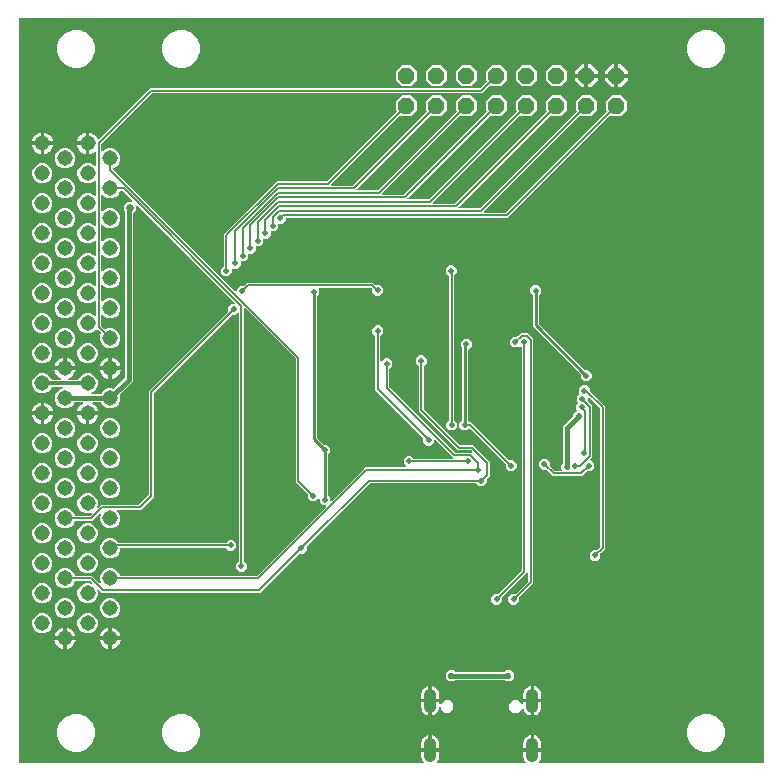
<source format=gbr>
G04 EAGLE Gerber RS-274X export*
G75*
%MOMM*%
%FSLAX34Y34*%
%LPD*%
%INBottom Copper*%
%IPPOS*%
%AMOC8*
5,1,8,0,0,1.08239X$1,22.5*%
G01*
%ADD10C,1.006400*%
%ADD11C,1.306400*%
%ADD12P,1.539592X8X202.500000*%
%ADD13C,0.503200*%
%ADD14C,0.152400*%
%ADD15C,0.528600*%
%ADD16C,0.406400*%
%ADD17C,0.228600*%
%ADD18C,0.304800*%
%ADD19C,0.650000*%

G36*
X344291Y2012D02*
X344291Y2012D01*
X344362Y2014D01*
X344411Y2032D01*
X344463Y2040D01*
X344526Y2074D01*
X344594Y2099D01*
X344634Y2131D01*
X344680Y2156D01*
X344729Y2207D01*
X344786Y2252D01*
X344814Y2296D01*
X344850Y2334D01*
X344880Y2399D01*
X344919Y2459D01*
X344931Y2510D01*
X344953Y2557D01*
X344961Y2628D01*
X344979Y2698D01*
X344975Y2750D01*
X344980Y2801D01*
X344965Y2872D01*
X344959Y2943D01*
X344939Y2991D01*
X344928Y3042D01*
X344891Y3103D01*
X344863Y3169D01*
X344818Y3225D01*
X344802Y3253D01*
X344784Y3268D01*
X344758Y3300D01*
X344618Y3441D01*
X343789Y4681D01*
X343218Y6059D01*
X342927Y7522D01*
X342927Y11801D01*
X349762Y11801D01*
X349781Y11804D01*
X349801Y11802D01*
X349903Y11824D01*
X350005Y11840D01*
X350022Y11850D01*
X350042Y11854D01*
X350131Y11907D01*
X350222Y11956D01*
X350236Y11970D01*
X350253Y11980D01*
X350320Y12059D01*
X350391Y12134D01*
X350400Y12152D01*
X350413Y12167D01*
X350451Y12263D01*
X350495Y12357D01*
X350497Y12377D01*
X350504Y12395D01*
X350517Y12319D01*
X350526Y12302D01*
X350530Y12282D01*
X350583Y12193D01*
X350632Y12102D01*
X350646Y12088D01*
X350656Y12071D01*
X350735Y12004D01*
X350810Y11932D01*
X350828Y11924D01*
X350843Y11911D01*
X350940Y11872D01*
X351033Y11829D01*
X351053Y11827D01*
X351071Y11819D01*
X351238Y11801D01*
X358073Y11801D01*
X358073Y7522D01*
X357782Y6059D01*
X357211Y4681D01*
X356382Y3441D01*
X356242Y3300D01*
X356200Y3242D01*
X356150Y3190D01*
X356129Y3143D01*
X356098Y3101D01*
X356077Y3032D01*
X356047Y2967D01*
X356041Y2915D01*
X356026Y2866D01*
X356028Y2794D01*
X356020Y2723D01*
X356031Y2672D01*
X356032Y2620D01*
X356057Y2552D01*
X356072Y2482D01*
X356099Y2437D01*
X356117Y2389D01*
X356161Y2333D01*
X356198Y2271D01*
X356238Y2237D01*
X356270Y2197D01*
X356331Y2158D01*
X356385Y2111D01*
X356433Y2092D01*
X356477Y2064D01*
X356547Y2046D01*
X356613Y2019D01*
X356685Y2011D01*
X356716Y2003D01*
X356739Y2005D01*
X356780Y2001D01*
X430620Y2001D01*
X430691Y2012D01*
X430762Y2014D01*
X430811Y2032D01*
X430863Y2040D01*
X430926Y2074D01*
X430994Y2099D01*
X431034Y2131D01*
X431080Y2156D01*
X431129Y2207D01*
X431186Y2252D01*
X431214Y2296D01*
X431250Y2334D01*
X431280Y2399D01*
X431319Y2459D01*
X431331Y2510D01*
X431353Y2557D01*
X431361Y2628D01*
X431379Y2698D01*
X431375Y2750D01*
X431380Y2801D01*
X431365Y2872D01*
X431359Y2943D01*
X431339Y2991D01*
X431328Y3042D01*
X431291Y3103D01*
X431263Y3169D01*
X431218Y3225D01*
X431202Y3253D01*
X431184Y3268D01*
X431158Y3300D01*
X431018Y3441D01*
X430189Y4681D01*
X429618Y6059D01*
X429327Y7522D01*
X429327Y11801D01*
X436162Y11801D01*
X436181Y11804D01*
X436201Y11802D01*
X436303Y11824D01*
X436405Y11840D01*
X436422Y11850D01*
X436442Y11854D01*
X436531Y11907D01*
X436622Y11956D01*
X436636Y11970D01*
X436653Y11980D01*
X436720Y12059D01*
X436791Y12134D01*
X436800Y12152D01*
X436813Y12167D01*
X436851Y12263D01*
X436895Y12357D01*
X436897Y12377D01*
X436904Y12395D01*
X436917Y12319D01*
X436926Y12302D01*
X436930Y12282D01*
X436983Y12193D01*
X437032Y12102D01*
X437046Y12088D01*
X437056Y12071D01*
X437135Y12004D01*
X437210Y11932D01*
X437228Y11924D01*
X437243Y11911D01*
X437340Y11872D01*
X437433Y11829D01*
X437453Y11827D01*
X437471Y11819D01*
X437638Y11801D01*
X444473Y11801D01*
X444473Y7522D01*
X444182Y6059D01*
X443611Y4681D01*
X442782Y3441D01*
X442642Y3300D01*
X442600Y3242D01*
X442550Y3190D01*
X442529Y3143D01*
X442498Y3101D01*
X442477Y3032D01*
X442447Y2967D01*
X442441Y2915D01*
X442426Y2866D01*
X442428Y2794D01*
X442420Y2723D01*
X442431Y2672D01*
X442432Y2620D01*
X442457Y2552D01*
X442472Y2482D01*
X442499Y2437D01*
X442517Y2389D01*
X442561Y2333D01*
X442598Y2271D01*
X442638Y2237D01*
X442670Y2197D01*
X442731Y2158D01*
X442785Y2111D01*
X442833Y2092D01*
X442877Y2064D01*
X442947Y2046D01*
X443013Y2019D01*
X443085Y2011D01*
X443116Y2003D01*
X443139Y2005D01*
X443180Y2001D01*
X632238Y2001D01*
X632258Y2004D01*
X632277Y2002D01*
X632379Y2024D01*
X632481Y2040D01*
X632498Y2050D01*
X632518Y2054D01*
X632607Y2107D01*
X632698Y2156D01*
X632712Y2170D01*
X632729Y2180D01*
X632796Y2259D01*
X632868Y2334D01*
X632876Y2352D01*
X632889Y2367D01*
X632928Y2463D01*
X632971Y2557D01*
X632973Y2577D01*
X632981Y2595D01*
X632999Y2762D01*
X632999Y632238D01*
X632996Y632258D01*
X632998Y632277D01*
X632976Y632379D01*
X632960Y632481D01*
X632950Y632498D01*
X632946Y632518D01*
X632893Y632607D01*
X632844Y632698D01*
X632830Y632712D01*
X632820Y632729D01*
X632741Y632796D01*
X632666Y632868D01*
X632648Y632876D01*
X632633Y632889D01*
X632537Y632928D01*
X632443Y632971D01*
X632423Y632973D01*
X632405Y632981D01*
X632238Y632999D01*
X2762Y632999D01*
X2742Y632996D01*
X2723Y632998D01*
X2621Y632976D01*
X2519Y632960D01*
X2502Y632950D01*
X2482Y632946D01*
X2393Y632893D01*
X2302Y632844D01*
X2288Y632830D01*
X2271Y632820D01*
X2204Y632741D01*
X2132Y632666D01*
X2124Y632648D01*
X2111Y632633D01*
X2072Y632537D01*
X2029Y632443D01*
X2027Y632423D01*
X2019Y632405D01*
X2001Y632238D01*
X2001Y2762D01*
X2004Y2742D01*
X2002Y2723D01*
X2024Y2621D01*
X2040Y2519D01*
X2050Y2502D01*
X2054Y2482D01*
X2107Y2393D01*
X2156Y2302D01*
X2170Y2288D01*
X2180Y2271D01*
X2259Y2204D01*
X2334Y2132D01*
X2352Y2124D01*
X2367Y2111D01*
X2463Y2072D01*
X2557Y2029D01*
X2577Y2027D01*
X2595Y2019D01*
X2762Y2001D01*
X344220Y2001D01*
X344291Y2012D01*
G37*
%LPC*%
G36*
X58633Y137517D02*
X58633Y137517D01*
X55497Y138816D01*
X53096Y141217D01*
X51797Y144353D01*
X51797Y147747D01*
X53096Y150883D01*
X55497Y153284D01*
X58633Y154583D01*
X62027Y154583D01*
X63212Y154092D01*
X63307Y154070D01*
X63400Y154041D01*
X63426Y154042D01*
X63452Y154036D01*
X63548Y154045D01*
X63646Y154047D01*
X63670Y154056D01*
X63697Y154059D01*
X63786Y154098D01*
X63877Y154132D01*
X63897Y154148D01*
X63921Y154159D01*
X63993Y154225D01*
X64069Y154286D01*
X64083Y154308D01*
X64102Y154325D01*
X64149Y154411D01*
X64202Y154493D01*
X64208Y154518D01*
X64221Y154541D01*
X64238Y154637D01*
X64262Y154731D01*
X64260Y154757D01*
X64265Y154783D01*
X64250Y154879D01*
X64243Y154976D01*
X64233Y155000D01*
X64229Y155026D01*
X64185Y155113D01*
X64147Y155203D01*
X64126Y155228D01*
X64117Y155245D01*
X64094Y155269D01*
X64042Y155334D01*
X62881Y156494D01*
X62807Y156547D01*
X62738Y156607D01*
X62707Y156619D01*
X62681Y156638D01*
X62594Y156665D01*
X62509Y156699D01*
X62468Y156703D01*
X62446Y156710D01*
X62414Y156709D01*
X62343Y156717D01*
X50132Y156717D01*
X50018Y156698D01*
X49901Y156681D01*
X49896Y156679D01*
X49890Y156678D01*
X49787Y156623D01*
X49682Y156570D01*
X49678Y156565D01*
X49672Y156562D01*
X49592Y156478D01*
X49510Y156394D01*
X49506Y156388D01*
X49503Y156384D01*
X49495Y156367D01*
X49429Y156247D01*
X48464Y153917D01*
X46063Y151516D01*
X42927Y150217D01*
X39533Y150217D01*
X36397Y151516D01*
X33996Y153917D01*
X32697Y157053D01*
X32697Y160447D01*
X33996Y163583D01*
X36397Y165984D01*
X39533Y167283D01*
X42927Y167283D01*
X46063Y165984D01*
X48464Y163583D01*
X49429Y161253D01*
X49491Y161153D01*
X49551Y161053D01*
X49555Y161049D01*
X49559Y161044D01*
X49648Y160969D01*
X49738Y160893D01*
X49743Y160891D01*
X49748Y160887D01*
X49856Y160845D01*
X49966Y160801D01*
X49973Y160800D01*
X49978Y160799D01*
X49996Y160798D01*
X50132Y160783D01*
X64342Y160783D01*
X70189Y154936D01*
X70268Y154879D01*
X70343Y154817D01*
X70367Y154808D01*
X70389Y154792D01*
X70482Y154764D01*
X70573Y154729D01*
X70599Y154728D01*
X70624Y154720D01*
X70721Y154722D01*
X70818Y154718D01*
X70843Y154726D01*
X70870Y154726D01*
X70961Y154760D01*
X71055Y154787D01*
X71076Y154802D01*
X71101Y154811D01*
X71177Y154872D01*
X71257Y154927D01*
X71272Y154948D01*
X71293Y154964D01*
X71345Y155046D01*
X71403Y155124D01*
X71412Y155149D01*
X71426Y155171D01*
X71449Y155266D01*
X71480Y155358D01*
X71479Y155385D01*
X71486Y155410D01*
X71478Y155507D01*
X71477Y155604D01*
X71468Y155636D01*
X71467Y155655D01*
X71454Y155685D01*
X71431Y155765D01*
X70897Y157053D01*
X70897Y160447D01*
X72196Y163583D01*
X74597Y165984D01*
X77733Y167283D01*
X81127Y167283D01*
X84263Y165984D01*
X86664Y163583D01*
X87629Y161253D01*
X87691Y161153D01*
X87751Y161053D01*
X87755Y161049D01*
X87759Y161044D01*
X87848Y160969D01*
X87938Y160893D01*
X87943Y160891D01*
X87948Y160887D01*
X88056Y160845D01*
X88166Y160801D01*
X88173Y160800D01*
X88178Y160799D01*
X88196Y160798D01*
X88332Y160783D01*
X203313Y160783D01*
X203403Y160797D01*
X203494Y160805D01*
X203523Y160817D01*
X203555Y160822D01*
X203636Y160865D01*
X203720Y160901D01*
X203752Y160927D01*
X203773Y160938D01*
X203795Y160961D01*
X203851Y161006D01*
X262073Y219228D01*
X262115Y219286D01*
X262164Y219338D01*
X262186Y219385D01*
X262217Y219427D01*
X262238Y219496D01*
X262268Y219561D01*
X262274Y219613D01*
X262289Y219663D01*
X262287Y219734D01*
X262295Y219805D01*
X262284Y219856D01*
X262283Y219908D01*
X262258Y219976D01*
X262243Y220046D01*
X262216Y220090D01*
X262198Y220139D01*
X262153Y220195D01*
X262117Y220257D01*
X262077Y220291D01*
X262044Y220331D01*
X261984Y220370D01*
X261930Y220417D01*
X261881Y220436D01*
X261837Y220464D01*
X261768Y220482D01*
X261701Y220509D01*
X261630Y220517D01*
X261599Y220525D01*
X261576Y220523D01*
X261535Y220527D01*
X259495Y220527D01*
X256849Y223173D01*
X256849Y225764D01*
X256838Y225835D01*
X256836Y225906D01*
X256818Y225955D01*
X256810Y226007D01*
X256776Y226070D01*
X256751Y226137D01*
X256719Y226178D01*
X256694Y226224D01*
X256642Y226273D01*
X256598Y226329D01*
X256554Y226357D01*
X256516Y226393D01*
X256451Y226424D01*
X256391Y226462D01*
X256340Y226475D01*
X256293Y226497D01*
X256222Y226505D01*
X256152Y226522D01*
X256100Y226518D01*
X256049Y226524D01*
X255978Y226509D01*
X255907Y226503D01*
X255859Y226483D01*
X255808Y226472D01*
X255747Y226435D01*
X255681Y226407D01*
X255625Y226362D01*
X255597Y226346D01*
X255582Y226328D01*
X255550Y226302D01*
X253331Y224083D01*
X249589Y224083D01*
X246943Y226729D01*
X246943Y229927D01*
X246929Y230017D01*
X246921Y230108D01*
X246909Y230137D01*
X246904Y230169D01*
X246861Y230250D01*
X246825Y230334D01*
X246799Y230366D01*
X246788Y230387D01*
X246765Y230409D01*
X246720Y230465D01*
X236727Y240458D01*
X236727Y344283D01*
X236713Y344373D01*
X236705Y344464D01*
X236693Y344493D01*
X236688Y344525D01*
X236645Y344606D01*
X236609Y344690D01*
X236583Y344722D01*
X236572Y344743D01*
X236549Y344765D01*
X236504Y344821D01*
X193832Y387493D01*
X193774Y387535D01*
X193722Y387584D01*
X193675Y387606D01*
X193633Y387637D01*
X193564Y387658D01*
X193499Y387688D01*
X193447Y387694D01*
X193397Y387709D01*
X193326Y387707D01*
X193255Y387715D01*
X193204Y387704D01*
X193152Y387703D01*
X193084Y387678D01*
X193014Y387663D01*
X192969Y387636D01*
X192921Y387618D01*
X192865Y387573D01*
X192803Y387537D01*
X192769Y387497D01*
X192729Y387464D01*
X192690Y387404D01*
X192643Y387350D01*
X192624Y387301D01*
X192596Y387257D01*
X192578Y387188D01*
X192551Y387121D01*
X192543Y387050D01*
X192535Y387019D01*
X192537Y386996D01*
X192533Y386955D01*
X192533Y173580D01*
X192547Y173490D01*
X192555Y173399D01*
X192567Y173369D01*
X192572Y173337D01*
X192615Y173257D01*
X192651Y173173D01*
X192677Y173141D01*
X192688Y173120D01*
X192711Y173098D01*
X192756Y173042D01*
X195017Y170781D01*
X195017Y167039D01*
X192371Y164393D01*
X188629Y164393D01*
X185983Y167039D01*
X185983Y170781D01*
X188244Y173042D01*
X188297Y173116D01*
X188357Y173185D01*
X188369Y173216D01*
X188388Y173242D01*
X188415Y173329D01*
X188449Y173414D01*
X188453Y173454D01*
X188460Y173477D01*
X188459Y173509D01*
X188467Y173580D01*
X188467Y382426D01*
X188456Y382497D01*
X188454Y382568D01*
X188436Y382617D01*
X188428Y382669D01*
X188394Y382732D01*
X188369Y382799D01*
X188337Y382840D01*
X188312Y382886D01*
X188260Y382935D01*
X188216Y382991D01*
X188172Y383019D01*
X188134Y383055D01*
X188069Y383086D01*
X188009Y383124D01*
X187958Y383137D01*
X187911Y383159D01*
X187840Y383167D01*
X187770Y383184D01*
X187718Y383180D01*
X187667Y383186D01*
X187596Y383171D01*
X187525Y383165D01*
X187477Y383145D01*
X187426Y383134D01*
X187365Y383097D01*
X187299Y383069D01*
X187243Y383024D01*
X187215Y383008D01*
X187200Y382990D01*
X187168Y382964D01*
X186021Y381817D01*
X182823Y381817D01*
X182733Y381803D01*
X182642Y381795D01*
X182613Y381783D01*
X182581Y381778D01*
X182500Y381735D01*
X182416Y381699D01*
X182384Y381673D01*
X182363Y381662D01*
X182341Y381639D01*
X182285Y381594D01*
X116556Y315865D01*
X116503Y315791D01*
X116443Y315722D01*
X116431Y315691D01*
X116412Y315665D01*
X116385Y315578D01*
X116351Y315493D01*
X116347Y315452D01*
X116340Y315430D01*
X116341Y315398D01*
X116333Y315327D01*
X116333Y227758D01*
X105458Y216883D01*
X86002Y216883D01*
X85931Y216872D01*
X85859Y216870D01*
X85810Y216852D01*
X85759Y216844D01*
X85696Y216810D01*
X85628Y216785D01*
X85588Y216753D01*
X85542Y216728D01*
X85492Y216676D01*
X85436Y216632D01*
X85408Y216588D01*
X85372Y216550D01*
X85342Y216485D01*
X85303Y216425D01*
X85290Y216374D01*
X85269Y216327D01*
X85261Y216256D01*
X85243Y216186D01*
X85247Y216134D01*
X85241Y216083D01*
X85257Y216012D01*
X85262Y215941D01*
X85283Y215893D01*
X85294Y215842D01*
X85330Y215781D01*
X85359Y215715D01*
X85403Y215659D01*
X85420Y215631D01*
X85438Y215616D01*
X85463Y215584D01*
X86664Y214383D01*
X87963Y211247D01*
X87963Y207853D01*
X86664Y204717D01*
X84263Y202316D01*
X81127Y201017D01*
X77733Y201017D01*
X74597Y202316D01*
X72196Y204717D01*
X70897Y207853D01*
X70897Y211247D01*
X71431Y212535D01*
X71453Y212630D01*
X71481Y212722D01*
X71481Y212749D01*
X71487Y212774D01*
X71478Y212871D01*
X71475Y212968D01*
X71466Y212993D01*
X71464Y213019D01*
X71424Y213108D01*
X71391Y213199D01*
X71374Y213220D01*
X71364Y213244D01*
X71298Y213315D01*
X71237Y213391D01*
X71215Y213405D01*
X71197Y213425D01*
X71112Y213472D01*
X71030Y213524D01*
X71005Y213531D01*
X70982Y213543D01*
X70886Y213561D01*
X70791Y213584D01*
X70765Y213582D01*
X70740Y213587D01*
X70643Y213573D01*
X70546Y213565D01*
X70522Y213555D01*
X70496Y213551D01*
X70409Y213507D01*
X70320Y213469D01*
X70294Y213449D01*
X70277Y213440D01*
X70254Y213416D01*
X70189Y213364D01*
X64342Y207517D01*
X50132Y207517D01*
X50018Y207498D01*
X49901Y207481D01*
X49896Y207479D01*
X49890Y207478D01*
X49787Y207423D01*
X49682Y207370D01*
X49678Y207365D01*
X49672Y207362D01*
X49592Y207278D01*
X49510Y207194D01*
X49506Y207188D01*
X49503Y207184D01*
X49495Y207167D01*
X49429Y207047D01*
X48464Y204717D01*
X46063Y202316D01*
X42927Y201017D01*
X39533Y201017D01*
X36397Y202316D01*
X33996Y204717D01*
X32697Y207853D01*
X32697Y211247D01*
X33996Y214383D01*
X36397Y216784D01*
X39533Y218083D01*
X42927Y218083D01*
X46063Y216784D01*
X48464Y214383D01*
X49429Y212053D01*
X49491Y211953D01*
X49551Y211853D01*
X49555Y211849D01*
X49559Y211844D01*
X49648Y211769D01*
X49738Y211693D01*
X49743Y211691D01*
X49748Y211687D01*
X49856Y211645D01*
X49966Y211601D01*
X49973Y211600D01*
X49978Y211599D01*
X49996Y211598D01*
X50132Y211583D01*
X62343Y211583D01*
X62433Y211597D01*
X62524Y211605D01*
X62554Y211617D01*
X62585Y211622D01*
X62666Y211665D01*
X62750Y211701D01*
X62782Y211727D01*
X62803Y211738D01*
X62825Y211761D01*
X62881Y211806D01*
X64042Y212966D01*
X64099Y213046D01*
X64161Y213121D01*
X64170Y213145D01*
X64185Y213166D01*
X64214Y213259D01*
X64249Y213350D01*
X64250Y213376D01*
X64258Y213401D01*
X64255Y213499D01*
X64259Y213596D01*
X64252Y213621D01*
X64251Y213647D01*
X64218Y213739D01*
X64191Y213832D01*
X64176Y213854D01*
X64167Y213878D01*
X64106Y213954D01*
X64050Y214034D01*
X64029Y214050D01*
X64013Y214070D01*
X63931Y214123D01*
X63853Y214181D01*
X63828Y214189D01*
X63806Y214203D01*
X63712Y214227D01*
X63619Y214257D01*
X63593Y214257D01*
X63568Y214263D01*
X63471Y214256D01*
X63373Y214255D01*
X63342Y214246D01*
X63322Y214244D01*
X63292Y214231D01*
X63212Y214208D01*
X62027Y213717D01*
X58633Y213717D01*
X55497Y215016D01*
X53096Y217417D01*
X51797Y220553D01*
X51797Y223947D01*
X53096Y227083D01*
X55497Y229484D01*
X58633Y230783D01*
X62027Y230783D01*
X65163Y229484D01*
X67564Y227083D01*
X68863Y223947D01*
X68863Y220553D01*
X68372Y219368D01*
X68350Y219273D01*
X68321Y219180D01*
X68322Y219154D01*
X68316Y219128D01*
X68325Y219032D01*
X68327Y218934D01*
X68336Y218910D01*
X68339Y218883D01*
X68378Y218794D01*
X68412Y218703D01*
X68428Y218683D01*
X68439Y218659D01*
X68505Y218587D01*
X68566Y218511D01*
X68588Y218497D01*
X68605Y218478D01*
X68691Y218431D01*
X68772Y218378D01*
X68798Y218372D01*
X68821Y218359D01*
X68917Y218342D01*
X69011Y218318D01*
X69037Y218320D01*
X69063Y218315D01*
X69159Y218330D01*
X69256Y218337D01*
X69280Y218347D01*
X69306Y218351D01*
X69393Y218395D01*
X69483Y218433D01*
X69508Y218454D01*
X69525Y218463D01*
X69549Y218486D01*
X69614Y218538D01*
X72024Y220949D01*
X103459Y220949D01*
X103549Y220963D01*
X103640Y220971D01*
X103669Y220983D01*
X103701Y220988D01*
X103782Y221031D01*
X103866Y221067D01*
X103898Y221093D01*
X103919Y221104D01*
X103941Y221127D01*
X103997Y221172D01*
X112044Y229219D01*
X112097Y229293D01*
X112157Y229362D01*
X112169Y229393D01*
X112188Y229419D01*
X112215Y229506D01*
X112249Y229591D01*
X112253Y229632D01*
X112260Y229654D01*
X112259Y229686D01*
X112267Y229757D01*
X112267Y317326D01*
X179410Y384469D01*
X179463Y384543D01*
X179523Y384612D01*
X179535Y384643D01*
X179554Y384669D01*
X179581Y384756D01*
X179615Y384841D01*
X179619Y384882D01*
X179626Y384904D01*
X179625Y384936D01*
X179633Y385007D01*
X179633Y388205D01*
X182279Y390851D01*
X184247Y390851D01*
X184317Y390862D01*
X184389Y390864D01*
X184438Y390882D01*
X184489Y390890D01*
X184553Y390924D01*
X184620Y390949D01*
X184661Y390981D01*
X184707Y391006D01*
X184756Y391057D01*
X184812Y391102D01*
X184840Y391146D01*
X184876Y391184D01*
X184906Y391249D01*
X184945Y391309D01*
X184958Y391360D01*
X184980Y391407D01*
X184988Y391478D01*
X185005Y391548D01*
X185001Y391600D01*
X185007Y391651D01*
X184992Y391722D01*
X184986Y391793D01*
X184966Y391841D01*
X184955Y391892D01*
X184918Y391953D01*
X184890Y392019D01*
X184845Y392075D01*
X184829Y392103D01*
X184811Y392118D01*
X184785Y392150D01*
X103070Y473865D01*
X103012Y473907D01*
X102960Y473956D01*
X102913Y473978D01*
X102871Y474009D01*
X102802Y474030D01*
X102737Y474060D01*
X102685Y474066D01*
X102635Y474081D01*
X102564Y474079D01*
X102493Y474087D01*
X102442Y474076D01*
X102390Y474075D01*
X102322Y474050D01*
X102252Y474035D01*
X102208Y474008D01*
X102159Y473990D01*
X102103Y473945D01*
X102041Y473909D01*
X102007Y473869D01*
X101967Y473836D01*
X101928Y473776D01*
X101881Y473722D01*
X101862Y473673D01*
X101834Y473629D01*
X101816Y473560D01*
X101789Y473493D01*
X101781Y473422D01*
X101773Y473391D01*
X101775Y473368D01*
X101771Y473327D01*
X101771Y470265D01*
X98776Y467270D01*
X98723Y467196D01*
X98663Y467127D01*
X98651Y467096D01*
X98632Y467070D01*
X98605Y466983D01*
X98571Y466898D01*
X98567Y466858D01*
X98560Y466835D01*
X98561Y466803D01*
X98553Y466732D01*
X98553Y325602D01*
X96395Y323444D01*
X87688Y314738D01*
X87620Y314642D01*
X87550Y314549D01*
X87548Y314543D01*
X87545Y314538D01*
X87510Y314426D01*
X87474Y314315D01*
X87474Y314309D01*
X87472Y314303D01*
X87475Y314186D01*
X87477Y314069D01*
X87479Y314062D01*
X87479Y314057D01*
X87485Y314040D01*
X87523Y313908D01*
X87963Y312847D01*
X87963Y309453D01*
X86664Y306317D01*
X84263Y303916D01*
X81127Y302617D01*
X77733Y302617D01*
X74597Y303916D01*
X72196Y306317D01*
X71757Y307377D01*
X71695Y307477D01*
X71635Y307577D01*
X71631Y307581D01*
X71627Y307586D01*
X71537Y307661D01*
X71449Y307737D01*
X71443Y307739D01*
X71438Y307743D01*
X71329Y307785D01*
X71220Y307829D01*
X71213Y307830D01*
X71208Y307831D01*
X71190Y307832D01*
X71054Y307847D01*
X65106Y307847D01*
X65083Y307844D01*
X65060Y307846D01*
X64962Y307824D01*
X64863Y307808D01*
X64843Y307797D01*
X64820Y307792D01*
X64734Y307739D01*
X64646Y307692D01*
X64630Y307676D01*
X64610Y307664D01*
X64546Y307587D01*
X64476Y307514D01*
X64467Y307493D01*
X64452Y307476D01*
X64415Y307382D01*
X64373Y307291D01*
X64370Y307268D01*
X64362Y307247D01*
X64357Y307146D01*
X64346Y307047D01*
X64351Y307024D01*
X64349Y307001D01*
X64377Y306904D01*
X64398Y306806D01*
X64410Y306786D01*
X64416Y306764D01*
X64473Y306681D01*
X64524Y306595D01*
X64542Y306580D01*
X64555Y306561D01*
X64683Y306453D01*
X66114Y305497D01*
X67377Y304234D01*
X68370Y302748D01*
X69054Y301096D01*
X69278Y299973D01*
X61092Y299973D01*
X61072Y299970D01*
X61053Y299972D01*
X60951Y299950D01*
X60849Y299933D01*
X60832Y299924D01*
X60812Y299920D01*
X60723Y299867D01*
X60632Y299818D01*
X60618Y299804D01*
X60601Y299794D01*
X60534Y299715D01*
X60463Y299640D01*
X60454Y299622D01*
X60441Y299607D01*
X60403Y299511D01*
X60359Y299417D01*
X60357Y299397D01*
X60349Y299379D01*
X60331Y299212D01*
X60331Y298449D01*
X60329Y298449D01*
X60329Y299212D01*
X60326Y299232D01*
X60328Y299251D01*
X60306Y299353D01*
X60289Y299455D01*
X60280Y299472D01*
X60276Y299492D01*
X60223Y299581D01*
X60174Y299672D01*
X60160Y299686D01*
X60150Y299703D01*
X60071Y299770D01*
X59996Y299841D01*
X59978Y299850D01*
X59963Y299863D01*
X59867Y299902D01*
X59773Y299945D01*
X59753Y299947D01*
X59735Y299955D01*
X59568Y299973D01*
X51382Y299973D01*
X51606Y301096D01*
X52290Y302748D01*
X53283Y304234D01*
X54546Y305497D01*
X55977Y306453D01*
X55994Y306469D01*
X56014Y306480D01*
X56083Y306552D01*
X56157Y306621D01*
X56168Y306641D01*
X56184Y306658D01*
X56226Y306749D01*
X56274Y306837D01*
X56277Y306860D01*
X56287Y306881D01*
X56298Y306981D01*
X56315Y307080D01*
X56312Y307103D01*
X56314Y307125D01*
X56293Y307224D01*
X56278Y307323D01*
X56267Y307343D01*
X56262Y307366D01*
X56210Y307452D01*
X56164Y307541D01*
X56148Y307557D01*
X56136Y307577D01*
X56059Y307642D01*
X55987Y307712D01*
X55966Y307722D01*
X55949Y307737D01*
X55856Y307774D01*
X55765Y307817D01*
X55742Y307820D01*
X55721Y307829D01*
X55554Y307847D01*
X49606Y307847D01*
X49492Y307828D01*
X49375Y307811D01*
X49370Y307809D01*
X49364Y307808D01*
X49261Y307753D01*
X49156Y307700D01*
X49152Y307695D01*
X49146Y307692D01*
X49066Y307608D01*
X48984Y307524D01*
X48980Y307518D01*
X48977Y307514D01*
X48969Y307497D01*
X48903Y307377D01*
X48464Y306317D01*
X46063Y303916D01*
X42927Y302617D01*
X39533Y302617D01*
X36397Y303916D01*
X33996Y306317D01*
X32697Y309453D01*
X32697Y312847D01*
X33996Y315983D01*
X36397Y318384D01*
X39311Y319591D01*
X39393Y319642D01*
X39479Y319688D01*
X39497Y319707D01*
X39520Y319720D01*
X39582Y319795D01*
X39649Y319866D01*
X39660Y319890D01*
X39676Y319910D01*
X39711Y320001D01*
X39752Y320089D01*
X39755Y320115D01*
X39765Y320139D01*
X39769Y320237D01*
X39780Y320333D01*
X39774Y320359D01*
X39775Y320385D01*
X39748Y320479D01*
X39727Y320574D01*
X39714Y320596D01*
X39707Y320621D01*
X39651Y320701D01*
X39601Y320785D01*
X39581Y320802D01*
X39566Y320823D01*
X39488Y320882D01*
X39414Y320945D01*
X39390Y320955D01*
X39369Y320970D01*
X39276Y321000D01*
X39186Y321037D01*
X39154Y321040D01*
X39135Y321046D01*
X39102Y321046D01*
X39019Y321055D01*
X30717Y321055D01*
X30602Y321036D01*
X30486Y321019D01*
X30480Y321017D01*
X30474Y321016D01*
X30371Y320961D01*
X30267Y320908D01*
X30262Y320903D01*
X30257Y320900D01*
X30177Y320816D01*
X30094Y320732D01*
X30091Y320726D01*
X30087Y320722D01*
X30079Y320705D01*
X30013Y320585D01*
X29364Y319017D01*
X26963Y316616D01*
X23827Y315317D01*
X20433Y315317D01*
X17297Y316616D01*
X14896Y319017D01*
X13597Y322153D01*
X13597Y325547D01*
X14896Y328683D01*
X17297Y331084D01*
X20433Y332383D01*
X23827Y332383D01*
X26963Y331084D01*
X29364Y328683D01*
X30013Y327115D01*
X30075Y327015D01*
X30135Y326915D01*
X30140Y326911D01*
X30143Y326906D01*
X30233Y326831D01*
X30322Y326755D01*
X30328Y326753D01*
X30333Y326749D01*
X30441Y326707D01*
X30550Y326663D01*
X30558Y326662D01*
X30562Y326661D01*
X30580Y326660D01*
X30717Y326645D01*
X37608Y326645D01*
X37704Y326660D01*
X37801Y326670D01*
X37825Y326680D01*
X37851Y326684D01*
X37937Y326730D01*
X38026Y326770D01*
X38045Y326787D01*
X38068Y326800D01*
X38135Y326870D01*
X38207Y326936D01*
X38220Y326959D01*
X38238Y326978D01*
X38279Y327066D01*
X38326Y327152D01*
X38330Y327177D01*
X38341Y327201D01*
X38352Y327298D01*
X38369Y327394D01*
X38366Y327420D01*
X38368Y327445D01*
X38348Y327541D01*
X38334Y327637D01*
X38322Y327660D01*
X38316Y327686D01*
X38266Y327769D01*
X38222Y327856D01*
X38203Y327875D01*
X38190Y327897D01*
X38116Y327960D01*
X38046Y328028D01*
X38018Y328044D01*
X38003Y328057D01*
X37972Y328069D01*
X37900Y328109D01*
X36932Y328510D01*
X35446Y329503D01*
X34183Y330766D01*
X33190Y332252D01*
X32506Y333904D01*
X32283Y335027D01*
X40468Y335027D01*
X40488Y335030D01*
X40507Y335028D01*
X40609Y335050D01*
X40711Y335067D01*
X40728Y335076D01*
X40748Y335080D01*
X40837Y335133D01*
X40928Y335182D01*
X40942Y335196D01*
X40959Y335206D01*
X41026Y335285D01*
X41097Y335360D01*
X41106Y335378D01*
X41119Y335393D01*
X41157Y335489D01*
X41201Y335583D01*
X41203Y335603D01*
X41211Y335621D01*
X41229Y335788D01*
X41229Y336551D01*
X41231Y336551D01*
X41231Y335788D01*
X41234Y335768D01*
X41232Y335749D01*
X41254Y335647D01*
X41271Y335545D01*
X41280Y335528D01*
X41284Y335508D01*
X41337Y335419D01*
X41386Y335328D01*
X41400Y335314D01*
X41410Y335297D01*
X41489Y335230D01*
X41564Y335159D01*
X41582Y335150D01*
X41597Y335137D01*
X41693Y335098D01*
X41787Y335055D01*
X41807Y335053D01*
X41825Y335045D01*
X41992Y335027D01*
X50177Y335027D01*
X49954Y333904D01*
X49270Y332252D01*
X48277Y330766D01*
X47014Y329503D01*
X45528Y328510D01*
X44560Y328109D01*
X44477Y328058D01*
X44392Y328012D01*
X44374Y327994D01*
X44351Y327980D01*
X44289Y327904D01*
X44222Y327834D01*
X44211Y327810D01*
X44195Y327790D01*
X44160Y327699D01*
X44119Y327611D01*
X44116Y327585D01*
X44106Y327561D01*
X44102Y327463D01*
X44092Y327367D01*
X44097Y327341D01*
X44096Y327315D01*
X44123Y327221D01*
X44144Y327126D01*
X44157Y327104D01*
X44165Y327079D01*
X44220Y326999D01*
X44270Y326915D01*
X44290Y326898D01*
X44305Y326877D01*
X44383Y326818D01*
X44457Y326755D01*
X44481Y326745D01*
X44502Y326730D01*
X44595Y326700D01*
X44685Y326663D01*
X44718Y326660D01*
X44736Y326654D01*
X44769Y326654D01*
X44852Y326645D01*
X51743Y326645D01*
X51858Y326664D01*
X51974Y326681D01*
X51980Y326683D01*
X51986Y326684D01*
X52089Y326739D01*
X52193Y326792D01*
X52198Y326797D01*
X52203Y326800D01*
X52283Y326884D01*
X52366Y326968D01*
X52369Y326974D01*
X52373Y326978D01*
X52381Y326995D01*
X52447Y327115D01*
X53096Y328683D01*
X55497Y331084D01*
X58633Y332383D01*
X62027Y332383D01*
X65163Y331084D01*
X67564Y328683D01*
X68863Y325547D01*
X68863Y322153D01*
X67564Y319017D01*
X65163Y316616D01*
X63476Y315917D01*
X63393Y315866D01*
X63307Y315820D01*
X63289Y315802D01*
X63267Y315788D01*
X63204Y315712D01*
X63138Y315642D01*
X63127Y315618D01*
X63110Y315598D01*
X63075Y315507D01*
X63034Y315419D01*
X63031Y315393D01*
X63022Y315369D01*
X63018Y315271D01*
X63007Y315175D01*
X63012Y315149D01*
X63011Y315123D01*
X63038Y315029D01*
X63059Y314934D01*
X63073Y314912D01*
X63080Y314887D01*
X63135Y314807D01*
X63185Y314723D01*
X63205Y314706D01*
X63220Y314685D01*
X63298Y314626D01*
X63372Y314563D01*
X63397Y314553D01*
X63417Y314538D01*
X63510Y314508D01*
X63600Y314471D01*
X63633Y314468D01*
X63651Y314462D01*
X63684Y314462D01*
X63767Y314453D01*
X71054Y314453D01*
X71168Y314472D01*
X71285Y314489D01*
X71290Y314491D01*
X71296Y314492D01*
X71399Y314547D01*
X71504Y314600D01*
X71508Y314605D01*
X71514Y314608D01*
X71594Y314692D01*
X71676Y314776D01*
X71680Y314782D01*
X71683Y314786D01*
X71691Y314803D01*
X71757Y314923D01*
X72196Y315983D01*
X74597Y318384D01*
X77733Y319683D01*
X81127Y319683D01*
X82188Y319243D01*
X82302Y319217D01*
X82415Y319188D01*
X82421Y319189D01*
X82427Y319187D01*
X82544Y319198D01*
X82660Y319207D01*
X82666Y319210D01*
X82672Y319210D01*
X82780Y319258D01*
X82887Y319304D01*
X82892Y319308D01*
X82897Y319310D01*
X82911Y319323D01*
X83018Y319408D01*
X91724Y328115D01*
X91777Y328189D01*
X91837Y328258D01*
X91849Y328289D01*
X91868Y328315D01*
X91895Y328402D01*
X91929Y328487D01*
X91933Y328528D01*
X91940Y328550D01*
X91939Y328582D01*
X91947Y328653D01*
X91947Y469272D01*
X91933Y469362D01*
X91925Y469453D01*
X91913Y469483D01*
X91908Y469514D01*
X91865Y469595D01*
X91829Y469679D01*
X91803Y469711D01*
X91792Y469732D01*
X91769Y469754D01*
X91724Y469810D01*
X91269Y470265D01*
X91269Y474615D01*
X94345Y477691D01*
X97407Y477691D01*
X97477Y477702D01*
X97549Y477704D01*
X97598Y477722D01*
X97649Y477730D01*
X97713Y477764D01*
X97780Y477789D01*
X97821Y477821D01*
X97867Y477846D01*
X97916Y477897D01*
X97972Y477942D01*
X98000Y477986D01*
X98036Y478024D01*
X98066Y478089D01*
X98105Y478149D01*
X98118Y478200D01*
X98140Y478247D01*
X98148Y478318D01*
X98165Y478388D01*
X98161Y478440D01*
X98167Y478491D01*
X98152Y478562D01*
X98146Y478633D01*
X98126Y478681D01*
X98115Y478732D01*
X98078Y478793D01*
X98050Y478859D01*
X98005Y478915D01*
X97989Y478943D01*
X97971Y478958D01*
X97945Y478990D01*
X90241Y486694D01*
X90167Y486747D01*
X90098Y486807D01*
X90067Y486819D01*
X90041Y486838D01*
X89954Y486865D01*
X89869Y486899D01*
X89828Y486903D01*
X89806Y486910D01*
X89774Y486909D01*
X89703Y486917D01*
X88332Y486917D01*
X88218Y486898D01*
X88101Y486881D01*
X88096Y486879D01*
X88090Y486878D01*
X87987Y486823D01*
X87882Y486770D01*
X87878Y486765D01*
X87872Y486762D01*
X87792Y486678D01*
X87710Y486594D01*
X87706Y486588D01*
X87703Y486584D01*
X87695Y486567D01*
X87629Y486447D01*
X86664Y484117D01*
X84263Y481716D01*
X81127Y480417D01*
X77733Y480417D01*
X74597Y481716D01*
X73182Y483131D01*
X73124Y483172D01*
X73072Y483222D01*
X73025Y483244D01*
X72983Y483274D01*
X72914Y483295D01*
X72849Y483325D01*
X72797Y483331D01*
X72747Y483347D01*
X72676Y483345D01*
X72605Y483353D01*
X72554Y483342D01*
X72502Y483340D01*
X72434Y483316D01*
X72364Y483300D01*
X72319Y483274D01*
X72271Y483256D01*
X72215Y483211D01*
X72153Y483174D01*
X72119Y483135D01*
X72079Y483102D01*
X72040Y483042D01*
X71993Y482987D01*
X71974Y482939D01*
X71946Y482895D01*
X71928Y482826D01*
X71901Y482759D01*
X71893Y482688D01*
X71885Y482657D01*
X71887Y482633D01*
X71883Y482592D01*
X71883Y469908D01*
X71894Y469837D01*
X71896Y469765D01*
X71914Y469716D01*
X71922Y469665D01*
X71956Y469602D01*
X71981Y469534D01*
X72013Y469494D01*
X72038Y469448D01*
X72090Y469398D01*
X72134Y469342D01*
X72178Y469314D01*
X72216Y469278D01*
X72281Y469248D01*
X72341Y469209D01*
X72392Y469196D01*
X72439Y469175D01*
X72510Y469167D01*
X72580Y469149D01*
X72632Y469153D01*
X72683Y469147D01*
X72754Y469163D01*
X72825Y469168D01*
X72873Y469189D01*
X72924Y469200D01*
X72985Y469236D01*
X73051Y469265D01*
X73107Y469309D01*
X73135Y469326D01*
X73150Y469344D01*
X73182Y469369D01*
X74597Y470784D01*
X77733Y472083D01*
X81127Y472083D01*
X84263Y470784D01*
X86664Y468383D01*
X87963Y465247D01*
X87963Y461853D01*
X86664Y458717D01*
X84263Y456316D01*
X81127Y455017D01*
X77733Y455017D01*
X74597Y456316D01*
X73182Y457731D01*
X73124Y457772D01*
X73072Y457822D01*
X73025Y457844D01*
X72983Y457874D01*
X72914Y457895D01*
X72849Y457925D01*
X72797Y457931D01*
X72747Y457947D01*
X72676Y457945D01*
X72605Y457953D01*
X72554Y457942D01*
X72502Y457940D01*
X72434Y457916D01*
X72364Y457900D01*
X72319Y457874D01*
X72271Y457856D01*
X72215Y457811D01*
X72153Y457774D01*
X72119Y457735D01*
X72079Y457702D01*
X72040Y457642D01*
X71993Y457587D01*
X71974Y457539D01*
X71946Y457495D01*
X71928Y457426D01*
X71901Y457359D01*
X71893Y457288D01*
X71885Y457257D01*
X71887Y457233D01*
X71883Y457192D01*
X71883Y444508D01*
X71894Y444437D01*
X71896Y444365D01*
X71914Y444316D01*
X71922Y444265D01*
X71956Y444202D01*
X71981Y444134D01*
X72013Y444094D01*
X72038Y444048D01*
X72090Y443998D01*
X72134Y443942D01*
X72178Y443914D01*
X72216Y443878D01*
X72281Y443848D01*
X72341Y443809D01*
X72392Y443796D01*
X72439Y443775D01*
X72510Y443767D01*
X72580Y443749D01*
X72632Y443753D01*
X72683Y443747D01*
X72754Y443763D01*
X72825Y443768D01*
X72873Y443789D01*
X72924Y443800D01*
X72985Y443836D01*
X73051Y443865D01*
X73107Y443909D01*
X73135Y443926D01*
X73150Y443944D01*
X73182Y443969D01*
X74597Y445384D01*
X77733Y446683D01*
X81127Y446683D01*
X84263Y445384D01*
X86664Y442983D01*
X87963Y439847D01*
X87963Y436453D01*
X86664Y433317D01*
X84263Y430916D01*
X81127Y429617D01*
X77733Y429617D01*
X74597Y430916D01*
X73182Y432331D01*
X73124Y432372D01*
X73072Y432422D01*
X73025Y432444D01*
X72983Y432474D01*
X72914Y432495D01*
X72849Y432525D01*
X72797Y432531D01*
X72747Y432547D01*
X72676Y432545D01*
X72605Y432553D01*
X72554Y432542D01*
X72502Y432540D01*
X72434Y432516D01*
X72364Y432500D01*
X72319Y432474D01*
X72271Y432456D01*
X72215Y432411D01*
X72153Y432374D01*
X72119Y432335D01*
X72079Y432302D01*
X72040Y432242D01*
X71993Y432187D01*
X71974Y432139D01*
X71946Y432095D01*
X71928Y432026D01*
X71901Y431959D01*
X71893Y431888D01*
X71885Y431857D01*
X71887Y431833D01*
X71883Y431792D01*
X71883Y419108D01*
X71894Y419037D01*
X71896Y418965D01*
X71914Y418916D01*
X71922Y418865D01*
X71956Y418802D01*
X71981Y418734D01*
X72013Y418694D01*
X72038Y418648D01*
X72090Y418598D01*
X72134Y418542D01*
X72178Y418514D01*
X72216Y418478D01*
X72281Y418448D01*
X72341Y418409D01*
X72392Y418396D01*
X72439Y418375D01*
X72510Y418367D01*
X72580Y418349D01*
X72632Y418353D01*
X72683Y418347D01*
X72754Y418363D01*
X72825Y418368D01*
X72873Y418389D01*
X72924Y418400D01*
X72985Y418436D01*
X73051Y418465D01*
X73107Y418509D01*
X73135Y418526D01*
X73150Y418544D01*
X73182Y418569D01*
X74597Y419984D01*
X77733Y421283D01*
X81127Y421283D01*
X84263Y419984D01*
X86664Y417583D01*
X87963Y414447D01*
X87963Y411053D01*
X86664Y407917D01*
X84263Y405516D01*
X81127Y404217D01*
X77733Y404217D01*
X74597Y405516D01*
X73182Y406931D01*
X73124Y406972D01*
X73072Y407022D01*
X73025Y407044D01*
X72983Y407074D01*
X72914Y407095D01*
X72849Y407125D01*
X72797Y407131D01*
X72747Y407147D01*
X72676Y407145D01*
X72605Y407153D01*
X72554Y407142D01*
X72502Y407140D01*
X72434Y407116D01*
X72364Y407100D01*
X72319Y407074D01*
X72271Y407056D01*
X72215Y407011D01*
X72153Y406974D01*
X72119Y406935D01*
X72079Y406902D01*
X72040Y406842D01*
X71993Y406787D01*
X71974Y406739D01*
X71946Y406695D01*
X71928Y406626D01*
X71901Y406559D01*
X71893Y406488D01*
X71885Y406457D01*
X71887Y406433D01*
X71883Y406392D01*
X71883Y393708D01*
X71894Y393637D01*
X71896Y393565D01*
X71914Y393516D01*
X71922Y393465D01*
X71956Y393402D01*
X71981Y393334D01*
X72013Y393294D01*
X72038Y393248D01*
X72090Y393198D01*
X72134Y393142D01*
X72178Y393114D01*
X72216Y393078D01*
X72281Y393048D01*
X72341Y393009D01*
X72392Y392996D01*
X72439Y392975D01*
X72510Y392967D01*
X72580Y392949D01*
X72632Y392953D01*
X72683Y392947D01*
X72754Y392963D01*
X72825Y392968D01*
X72873Y392989D01*
X72924Y393000D01*
X72985Y393036D01*
X73051Y393065D01*
X73107Y393109D01*
X73135Y393126D01*
X73150Y393144D01*
X73182Y393169D01*
X74597Y394584D01*
X77733Y395883D01*
X81127Y395883D01*
X84263Y394584D01*
X86664Y392183D01*
X87963Y389047D01*
X87963Y385653D01*
X86664Y382517D01*
X84263Y380116D01*
X81127Y378817D01*
X77733Y378817D01*
X74597Y380116D01*
X73182Y381531D01*
X73124Y381572D01*
X73072Y381622D01*
X73025Y381644D01*
X72983Y381674D01*
X72914Y381695D01*
X72849Y381725D01*
X72797Y381731D01*
X72747Y381747D01*
X72676Y381745D01*
X72605Y381753D01*
X72554Y381742D01*
X72502Y381740D01*
X72434Y381716D01*
X72364Y381700D01*
X72319Y381674D01*
X72271Y381656D01*
X72215Y381611D01*
X72153Y381574D01*
X72119Y381535D01*
X72079Y381502D01*
X72040Y381442D01*
X71993Y381387D01*
X71974Y381339D01*
X71946Y381295D01*
X71928Y381226D01*
X71901Y381159D01*
X71893Y381088D01*
X71885Y381057D01*
X71887Y381033D01*
X71883Y380992D01*
X71883Y372687D01*
X71897Y372597D01*
X71905Y372506D01*
X71917Y372477D01*
X71922Y372445D01*
X71965Y372364D01*
X72001Y372280D01*
X72027Y372248D01*
X72038Y372227D01*
X72061Y372205D01*
X72106Y372149D01*
X74572Y369682D01*
X74667Y369614D01*
X74761Y369544D01*
X74767Y369542D01*
X74772Y369539D01*
X74883Y369505D01*
X74995Y369468D01*
X75001Y369468D01*
X75007Y369466D01*
X75124Y369469D01*
X75241Y369471D01*
X75248Y369473D01*
X75253Y369473D01*
X75271Y369479D01*
X75402Y369517D01*
X77733Y370483D01*
X81127Y370483D01*
X84263Y369184D01*
X86664Y366783D01*
X87963Y363647D01*
X87963Y360253D01*
X86664Y357117D01*
X84263Y354716D01*
X81127Y353417D01*
X77733Y353417D01*
X74597Y354716D01*
X72196Y357117D01*
X70897Y360253D01*
X70897Y363647D01*
X71863Y365978D01*
X71889Y366092D01*
X71918Y366205D01*
X71917Y366211D01*
X71919Y366217D01*
X71908Y366334D01*
X71899Y366450D01*
X71896Y366456D01*
X71896Y366462D01*
X71848Y366570D01*
X71802Y366677D01*
X71798Y366683D01*
X71796Y366687D01*
X71783Y366701D01*
X71698Y366808D01*
X69231Y369274D01*
X68664Y369841D01*
X68648Y369852D01*
X68636Y369868D01*
X68548Y369924D01*
X68465Y369984D01*
X68446Y369990D01*
X68429Y370001D01*
X68328Y370026D01*
X68230Y370057D01*
X68210Y370056D01*
X68190Y370061D01*
X68087Y370053D01*
X67984Y370050D01*
X67965Y370043D01*
X67945Y370042D01*
X67850Y370002D01*
X67753Y369966D01*
X67737Y369953D01*
X67719Y369946D01*
X67588Y369841D01*
X65163Y367416D01*
X62027Y366117D01*
X58633Y366117D01*
X55497Y367416D01*
X53096Y369817D01*
X51797Y372953D01*
X51797Y376347D01*
X53096Y379483D01*
X55497Y381884D01*
X58633Y383183D01*
X62027Y383183D01*
X65163Y381884D01*
X66518Y380529D01*
X66576Y380488D01*
X66628Y380438D01*
X66675Y380416D01*
X66717Y380386D01*
X66786Y380365D01*
X66851Y380335D01*
X66903Y380329D01*
X66953Y380313D01*
X67024Y380315D01*
X67095Y380307D01*
X67146Y380318D01*
X67198Y380320D01*
X67266Y380344D01*
X67336Y380360D01*
X67381Y380386D01*
X67429Y380404D01*
X67485Y380449D01*
X67547Y380486D01*
X67581Y380525D01*
X67621Y380558D01*
X67660Y380618D01*
X67707Y380673D01*
X67726Y380721D01*
X67754Y380765D01*
X67772Y380834D01*
X67799Y380901D01*
X67807Y380972D01*
X67815Y381003D01*
X67813Y381027D01*
X67817Y381068D01*
X67817Y393632D01*
X67806Y393703D01*
X67804Y393775D01*
X67786Y393824D01*
X67778Y393875D01*
X67744Y393938D01*
X67719Y394006D01*
X67687Y394046D01*
X67662Y394092D01*
X67610Y394142D01*
X67566Y394198D01*
X67522Y394226D01*
X67484Y394262D01*
X67419Y394292D01*
X67359Y394331D01*
X67308Y394344D01*
X67261Y394365D01*
X67190Y394373D01*
X67120Y394391D01*
X67068Y394387D01*
X67017Y394393D01*
X66946Y394377D01*
X66875Y394372D01*
X66827Y394351D01*
X66776Y394340D01*
X66715Y394304D01*
X66649Y394275D01*
X66593Y394231D01*
X66565Y394214D01*
X66550Y394196D01*
X66518Y394171D01*
X65163Y392816D01*
X62027Y391517D01*
X58633Y391517D01*
X55497Y392816D01*
X53096Y395217D01*
X51797Y398353D01*
X51797Y401747D01*
X53096Y404883D01*
X55497Y407284D01*
X58633Y408583D01*
X62027Y408583D01*
X65163Y407284D01*
X66518Y405929D01*
X66576Y405888D01*
X66628Y405838D01*
X66675Y405816D01*
X66717Y405786D01*
X66786Y405765D01*
X66851Y405735D01*
X66903Y405729D01*
X66953Y405713D01*
X67024Y405715D01*
X67095Y405707D01*
X67146Y405718D01*
X67198Y405720D01*
X67266Y405744D01*
X67336Y405760D01*
X67381Y405786D01*
X67429Y405804D01*
X67485Y405849D01*
X67547Y405886D01*
X67581Y405925D01*
X67621Y405958D01*
X67660Y406018D01*
X67707Y406073D01*
X67726Y406121D01*
X67754Y406165D01*
X67772Y406234D01*
X67799Y406301D01*
X67807Y406372D01*
X67815Y406403D01*
X67813Y406427D01*
X67817Y406468D01*
X67817Y419032D01*
X67806Y419103D01*
X67804Y419175D01*
X67786Y419224D01*
X67778Y419275D01*
X67744Y419338D01*
X67719Y419406D01*
X67687Y419446D01*
X67662Y419492D01*
X67610Y419542D01*
X67566Y419598D01*
X67522Y419626D01*
X67484Y419662D01*
X67419Y419692D01*
X67359Y419731D01*
X67308Y419744D01*
X67261Y419765D01*
X67190Y419773D01*
X67120Y419791D01*
X67068Y419787D01*
X67017Y419793D01*
X66946Y419777D01*
X66875Y419772D01*
X66827Y419751D01*
X66776Y419740D01*
X66715Y419704D01*
X66649Y419675D01*
X66593Y419631D01*
X66565Y419614D01*
X66550Y419596D01*
X66518Y419571D01*
X65163Y418216D01*
X62027Y416917D01*
X58633Y416917D01*
X55497Y418216D01*
X53096Y420617D01*
X51797Y423753D01*
X51797Y427147D01*
X53096Y430283D01*
X55497Y432684D01*
X58633Y433983D01*
X62027Y433983D01*
X65163Y432684D01*
X66518Y431329D01*
X66576Y431288D01*
X66628Y431238D01*
X66675Y431216D01*
X66717Y431186D01*
X66786Y431165D01*
X66851Y431135D01*
X66903Y431129D01*
X66953Y431113D01*
X67024Y431115D01*
X67095Y431107D01*
X67146Y431118D01*
X67198Y431120D01*
X67266Y431144D01*
X67336Y431160D01*
X67381Y431186D01*
X67429Y431204D01*
X67485Y431249D01*
X67547Y431286D01*
X67581Y431325D01*
X67621Y431358D01*
X67660Y431418D01*
X67707Y431473D01*
X67726Y431521D01*
X67754Y431565D01*
X67772Y431634D01*
X67799Y431701D01*
X67807Y431772D01*
X67815Y431803D01*
X67813Y431827D01*
X67817Y431868D01*
X67817Y444432D01*
X67806Y444503D01*
X67804Y444575D01*
X67786Y444624D01*
X67778Y444675D01*
X67744Y444738D01*
X67719Y444806D01*
X67687Y444846D01*
X67662Y444892D01*
X67610Y444942D01*
X67566Y444998D01*
X67522Y445026D01*
X67484Y445062D01*
X67419Y445092D01*
X67359Y445131D01*
X67308Y445144D01*
X67261Y445165D01*
X67190Y445173D01*
X67120Y445191D01*
X67068Y445187D01*
X67017Y445193D01*
X66946Y445177D01*
X66875Y445172D01*
X66827Y445151D01*
X66776Y445140D01*
X66715Y445104D01*
X66649Y445075D01*
X66593Y445031D01*
X66565Y445014D01*
X66550Y444996D01*
X66518Y444971D01*
X65163Y443616D01*
X62027Y442317D01*
X58633Y442317D01*
X55497Y443616D01*
X53096Y446017D01*
X51797Y449153D01*
X51797Y452547D01*
X53096Y455683D01*
X55497Y458084D01*
X58633Y459383D01*
X62027Y459383D01*
X65163Y458084D01*
X66518Y456729D01*
X66576Y456688D01*
X66628Y456638D01*
X66675Y456616D01*
X66717Y456586D01*
X66786Y456565D01*
X66851Y456535D01*
X66903Y456529D01*
X66953Y456513D01*
X67024Y456515D01*
X67095Y456507D01*
X67146Y456518D01*
X67198Y456520D01*
X67266Y456544D01*
X67336Y456560D01*
X67381Y456586D01*
X67429Y456604D01*
X67485Y456649D01*
X67547Y456686D01*
X67581Y456725D01*
X67621Y456758D01*
X67660Y456818D01*
X67707Y456873D01*
X67726Y456921D01*
X67754Y456965D01*
X67772Y457034D01*
X67799Y457101D01*
X67807Y457172D01*
X67815Y457203D01*
X67813Y457227D01*
X67817Y457268D01*
X67817Y469832D01*
X67806Y469903D01*
X67804Y469975D01*
X67786Y470024D01*
X67778Y470075D01*
X67744Y470138D01*
X67719Y470206D01*
X67687Y470246D01*
X67662Y470292D01*
X67610Y470342D01*
X67566Y470398D01*
X67522Y470426D01*
X67484Y470462D01*
X67419Y470492D01*
X67359Y470531D01*
X67308Y470544D01*
X67261Y470565D01*
X67190Y470573D01*
X67120Y470591D01*
X67068Y470587D01*
X67017Y470593D01*
X66946Y470577D01*
X66875Y470572D01*
X66827Y470551D01*
X66776Y470540D01*
X66715Y470504D01*
X66649Y470475D01*
X66593Y470431D01*
X66565Y470414D01*
X66550Y470396D01*
X66518Y470371D01*
X65163Y469016D01*
X62027Y467717D01*
X58633Y467717D01*
X55497Y469016D01*
X53096Y471417D01*
X51797Y474553D01*
X51797Y477947D01*
X53096Y481083D01*
X55497Y483484D01*
X58633Y484783D01*
X62027Y484783D01*
X65163Y483484D01*
X66518Y482129D01*
X66576Y482088D01*
X66628Y482038D01*
X66675Y482016D01*
X66717Y481986D01*
X66786Y481965D01*
X66851Y481935D01*
X66903Y481929D01*
X66953Y481913D01*
X67024Y481915D01*
X67095Y481907D01*
X67146Y481918D01*
X67198Y481920D01*
X67266Y481944D01*
X67336Y481960D01*
X67381Y481986D01*
X67429Y482004D01*
X67485Y482049D01*
X67547Y482086D01*
X67581Y482125D01*
X67621Y482158D01*
X67660Y482218D01*
X67707Y482273D01*
X67726Y482321D01*
X67754Y482365D01*
X67772Y482434D01*
X67799Y482501D01*
X67807Y482572D01*
X67815Y482603D01*
X67813Y482627D01*
X67817Y482668D01*
X67817Y495232D01*
X67806Y495303D01*
X67804Y495375D01*
X67786Y495424D01*
X67778Y495475D01*
X67744Y495538D01*
X67719Y495606D01*
X67687Y495646D01*
X67662Y495692D01*
X67610Y495742D01*
X67566Y495798D01*
X67522Y495826D01*
X67484Y495862D01*
X67419Y495892D01*
X67359Y495931D01*
X67308Y495944D01*
X67261Y495965D01*
X67190Y495973D01*
X67120Y495991D01*
X67068Y495987D01*
X67017Y495993D01*
X66946Y495977D01*
X66875Y495972D01*
X66827Y495951D01*
X66776Y495940D01*
X66715Y495904D01*
X66649Y495875D01*
X66593Y495831D01*
X66565Y495814D01*
X66550Y495796D01*
X66518Y495771D01*
X65163Y494416D01*
X62027Y493117D01*
X58633Y493117D01*
X55497Y494416D01*
X53096Y496817D01*
X51797Y499953D01*
X51797Y503347D01*
X53096Y506483D01*
X55497Y508884D01*
X58633Y510183D01*
X62027Y510183D01*
X65163Y508884D01*
X66518Y507529D01*
X66576Y507488D01*
X66628Y507438D01*
X66675Y507416D01*
X66717Y507386D01*
X66786Y507365D01*
X66851Y507335D01*
X66903Y507329D01*
X66953Y507313D01*
X67024Y507315D01*
X67095Y507307D01*
X67146Y507318D01*
X67198Y507320D01*
X67266Y507344D01*
X67336Y507360D01*
X67381Y507386D01*
X67429Y507404D01*
X67485Y507449D01*
X67547Y507486D01*
X67581Y507525D01*
X67621Y507558D01*
X67660Y507618D01*
X67707Y507673D01*
X67726Y507721D01*
X67754Y507765D01*
X67772Y507834D01*
X67799Y507901D01*
X67807Y507972D01*
X67815Y508003D01*
X67813Y508027D01*
X67817Y508068D01*
X67817Y519869D01*
X67806Y519939D01*
X67804Y520011D01*
X67786Y520060D01*
X67778Y520111D01*
X67744Y520175D01*
X67719Y520242D01*
X67687Y520283D01*
X67662Y520329D01*
X67610Y520378D01*
X67566Y520434D01*
X67522Y520462D01*
X67484Y520498D01*
X67419Y520528D01*
X67359Y520567D01*
X67308Y520580D01*
X67261Y520602D01*
X67190Y520610D01*
X67120Y520627D01*
X67068Y520623D01*
X67017Y520629D01*
X66946Y520614D01*
X66875Y520608D01*
X66827Y520588D01*
X66776Y520577D01*
X66715Y520540D01*
X66649Y520512D01*
X66593Y520467D01*
X66565Y520450D01*
X66550Y520433D01*
X66518Y520407D01*
X66114Y520003D01*
X64628Y519010D01*
X62976Y518326D01*
X61853Y518102D01*
X61853Y526288D01*
X61850Y526308D01*
X61852Y526327D01*
X61830Y526429D01*
X61813Y526531D01*
X61804Y526548D01*
X61800Y526568D01*
X61747Y526657D01*
X61698Y526748D01*
X61684Y526762D01*
X61674Y526779D01*
X61595Y526846D01*
X61520Y526917D01*
X61502Y526926D01*
X61487Y526939D01*
X61391Y526977D01*
X61297Y527021D01*
X61277Y527023D01*
X61259Y527031D01*
X61092Y527049D01*
X60329Y527049D01*
X60329Y527051D01*
X61092Y527051D01*
X61112Y527054D01*
X61131Y527052D01*
X61233Y527074D01*
X61335Y527091D01*
X61352Y527100D01*
X61372Y527104D01*
X61461Y527157D01*
X61552Y527206D01*
X61566Y527220D01*
X61583Y527230D01*
X61650Y527309D01*
X61721Y527384D01*
X61730Y527402D01*
X61743Y527417D01*
X61782Y527513D01*
X61825Y527607D01*
X61827Y527627D01*
X61835Y527645D01*
X61853Y527812D01*
X61853Y535998D01*
X62976Y535774D01*
X64628Y535090D01*
X66114Y534097D01*
X67377Y532834D01*
X68370Y531348D01*
X68784Y530348D01*
X68809Y530309D01*
X68824Y530265D01*
X68873Y530205D01*
X68914Y530139D01*
X68949Y530109D01*
X68978Y530073D01*
X69043Y530031D01*
X69103Y529982D01*
X69146Y529965D01*
X69185Y529940D01*
X69260Y529921D01*
X69333Y529894D01*
X69379Y529892D01*
X69423Y529880D01*
X69501Y529886D01*
X69579Y529883D01*
X69623Y529896D01*
X69669Y529900D01*
X69740Y529930D01*
X69815Y529952D01*
X69853Y529978D01*
X69895Y529996D01*
X70002Y530081D01*
X70017Y530092D01*
X70020Y530096D01*
X70026Y530101D01*
X113458Y573533D01*
X392543Y573533D01*
X392633Y573547D01*
X392724Y573555D01*
X392753Y573567D01*
X392785Y573572D01*
X392866Y573615D01*
X392950Y573651D01*
X392982Y573677D01*
X393003Y573688D01*
X393025Y573711D01*
X393081Y573756D01*
X397981Y578655D01*
X397992Y578672D01*
X398008Y578684D01*
X398064Y578771D01*
X398124Y578855D01*
X398130Y578874D01*
X398141Y578891D01*
X398166Y578991D01*
X398197Y579090D01*
X398196Y579110D01*
X398201Y579129D01*
X398193Y579232D01*
X398190Y579336D01*
X398183Y579355D01*
X398182Y579375D01*
X398141Y579470D01*
X398106Y579567D01*
X398093Y579583D01*
X398086Y579601D01*
X397981Y579732D01*
X397287Y580425D01*
X397287Y587975D01*
X402625Y593313D01*
X410175Y593313D01*
X415513Y587975D01*
X415513Y580425D01*
X410175Y575087D01*
X402625Y575087D01*
X401932Y575781D01*
X401916Y575792D01*
X401903Y575808D01*
X401829Y575856D01*
X401809Y575873D01*
X401797Y575878D01*
X401732Y575924D01*
X401713Y575930D01*
X401696Y575941D01*
X401596Y575966D01*
X401497Y575997D01*
X401477Y575996D01*
X401458Y576001D01*
X401355Y575993D01*
X401251Y575990D01*
X401233Y575983D01*
X401213Y575982D01*
X401118Y575941D01*
X401020Y575906D01*
X401005Y575893D01*
X400986Y575886D01*
X400919Y575831D01*
X400913Y575828D01*
X400907Y575822D01*
X400855Y575781D01*
X395956Y570881D01*
X394542Y569467D01*
X115457Y569467D01*
X115367Y569453D01*
X115276Y569445D01*
X115247Y569433D01*
X115215Y569428D01*
X115134Y569385D01*
X115050Y569349D01*
X115018Y569323D01*
X114997Y569312D01*
X114975Y569289D01*
X114919Y569244D01*
X72106Y526431D01*
X72053Y526357D01*
X71993Y526288D01*
X71981Y526257D01*
X71962Y526231D01*
X71935Y526144D01*
X71901Y526059D01*
X71897Y526018D01*
X71890Y525996D01*
X71891Y525964D01*
X71883Y525893D01*
X71883Y520708D01*
X71894Y520637D01*
X71896Y520565D01*
X71914Y520516D01*
X71922Y520465D01*
X71956Y520402D01*
X71981Y520334D01*
X72013Y520294D01*
X72038Y520248D01*
X72090Y520198D01*
X72134Y520142D01*
X72178Y520114D01*
X72216Y520078D01*
X72281Y520048D01*
X72341Y520009D01*
X72392Y519996D01*
X72439Y519975D01*
X72510Y519967D01*
X72580Y519949D01*
X72632Y519953D01*
X72683Y519947D01*
X72754Y519963D01*
X72825Y519968D01*
X72873Y519989D01*
X72924Y520000D01*
X72985Y520036D01*
X73051Y520065D01*
X73107Y520109D01*
X73135Y520126D01*
X73150Y520144D01*
X73182Y520169D01*
X74597Y521584D01*
X77733Y522883D01*
X81127Y522883D01*
X84263Y521584D01*
X86664Y519183D01*
X87963Y516047D01*
X87963Y512653D01*
X86664Y509517D01*
X84263Y507116D01*
X82272Y506291D01*
X82233Y506267D01*
X82190Y506251D01*
X82129Y506203D01*
X82063Y506162D01*
X82034Y506126D01*
X81998Y506098D01*
X81956Y506032D01*
X81906Y505972D01*
X81890Y505929D01*
X81865Y505891D01*
X81846Y505815D01*
X81818Y505743D01*
X81816Y505697D01*
X81805Y505652D01*
X81811Y505575D01*
X81807Y505497D01*
X81820Y505453D01*
X81824Y505407D01*
X81854Y505336D01*
X81876Y505261D01*
X81902Y505223D01*
X81920Y505181D01*
X82005Y505074D01*
X82016Y505059D01*
X82020Y505056D01*
X82025Y505050D01*
X185446Y401629D01*
X185504Y401587D01*
X185556Y401538D01*
X185603Y401516D01*
X185645Y401485D01*
X185714Y401464D01*
X185779Y401434D01*
X185831Y401428D01*
X185881Y401413D01*
X185952Y401415D01*
X186023Y401407D01*
X186074Y401418D01*
X186126Y401419D01*
X186194Y401444D01*
X186264Y401459D01*
X186308Y401486D01*
X186357Y401504D01*
X186413Y401549D01*
X186475Y401585D01*
X186509Y401625D01*
X186549Y401658D01*
X186588Y401718D01*
X186635Y401772D01*
X186654Y401821D01*
X186682Y401865D01*
X186700Y401934D01*
X186727Y402001D01*
X186735Y402072D01*
X186743Y402103D01*
X186741Y402126D01*
X186745Y402167D01*
X186745Y403445D01*
X189391Y406091D01*
X192589Y406091D01*
X192679Y406105D01*
X192770Y406113D01*
X192799Y406125D01*
X192831Y406130D01*
X192912Y406173D01*
X192996Y406209D01*
X193028Y406235D01*
X193049Y406246D01*
X193071Y406269D01*
X193127Y406314D01*
X195500Y408687D01*
X302340Y408687D01*
X303697Y407330D01*
X303771Y407277D01*
X303840Y407217D01*
X303871Y407205D01*
X303897Y407186D01*
X303984Y407159D01*
X304069Y407125D01*
X304110Y407121D01*
X304132Y407114D01*
X304164Y407115D01*
X304235Y407107D01*
X307941Y407107D01*
X310587Y404461D01*
X310587Y400719D01*
X307941Y398073D01*
X304199Y398073D01*
X301553Y400719D01*
X301553Y403409D01*
X301539Y403499D01*
X301531Y403590D01*
X301519Y403619D01*
X301514Y403651D01*
X301471Y403732D01*
X301435Y403816D01*
X301409Y403848D01*
X301398Y403869D01*
X301375Y403891D01*
X301330Y403947D01*
X300879Y404398D01*
X300805Y404451D01*
X300736Y404511D01*
X300705Y404523D01*
X300679Y404542D01*
X300592Y404569D01*
X300507Y404603D01*
X300466Y404607D01*
X300444Y404614D01*
X300412Y404613D01*
X300341Y404621D01*
X256702Y404621D01*
X256631Y404610D01*
X256560Y404608D01*
X256511Y404590D01*
X256459Y404582D01*
X256396Y404548D01*
X256329Y404523D01*
X256288Y404491D01*
X256242Y404466D01*
X256193Y404415D01*
X256137Y404370D01*
X256109Y404326D01*
X256073Y404288D01*
X256042Y404223D01*
X256004Y404163D01*
X255991Y404112D01*
X255969Y404065D01*
X255961Y403994D01*
X255944Y403924D01*
X255948Y403872D01*
X255942Y403821D01*
X255957Y403750D01*
X255963Y403679D01*
X255983Y403631D01*
X255994Y403580D01*
X256031Y403519D01*
X256059Y403453D01*
X256104Y403397D01*
X256120Y403369D01*
X256138Y403354D01*
X256164Y403322D01*
X256295Y403191D01*
X256295Y399449D01*
X254415Y397569D01*
X254362Y397495D01*
X254302Y397426D01*
X254290Y397395D01*
X254271Y397369D01*
X254244Y397282D01*
X254210Y397197D01*
X254206Y397157D01*
X254199Y397134D01*
X254200Y397102D01*
X254192Y397031D01*
X254192Y278013D01*
X254206Y277923D01*
X254214Y277832D01*
X254226Y277802D01*
X254231Y277770D01*
X254274Y277689D01*
X254310Y277606D01*
X254336Y277573D01*
X254347Y277553D01*
X254370Y277531D01*
X254415Y277475D01*
X259998Y271892D01*
X260072Y271839D01*
X260141Y271779D01*
X260171Y271767D01*
X260197Y271748D01*
X260284Y271721D01*
X260369Y271687D01*
X260410Y271683D01*
X260432Y271676D01*
X260465Y271677D01*
X260536Y271669D01*
X263195Y271669D01*
X265840Y269023D01*
X265840Y265281D01*
X263960Y263401D01*
X263907Y263327D01*
X263848Y263258D01*
X263836Y263227D01*
X263817Y263201D01*
X263790Y263114D01*
X263756Y263029D01*
X263751Y262989D01*
X263745Y262966D01*
X263745Y262934D01*
X263737Y262863D01*
X263737Y232907D01*
X263752Y232817D01*
X263759Y232726D01*
X263772Y232696D01*
X263777Y232664D01*
X263780Y232660D01*
X263780Y229333D01*
X263794Y229243D01*
X263802Y229152D01*
X263814Y229122D01*
X263819Y229090D01*
X263862Y229010D01*
X263898Y228926D01*
X263924Y228894D01*
X263935Y228873D01*
X263958Y228851D01*
X264003Y228795D01*
X265883Y226915D01*
X265883Y224875D01*
X265894Y224805D01*
X265896Y224733D01*
X265914Y224684D01*
X265922Y224633D01*
X265956Y224569D01*
X265981Y224502D01*
X266013Y224461D01*
X266038Y224415D01*
X266089Y224366D01*
X266134Y224310D01*
X266178Y224282D01*
X266216Y224246D01*
X266281Y224216D01*
X266341Y224177D01*
X266392Y224164D01*
X266439Y224142D01*
X266510Y224134D01*
X266580Y224117D01*
X266632Y224121D01*
X266683Y224115D01*
X266754Y224130D01*
X266825Y224136D01*
X266873Y224156D01*
X266924Y224167D01*
X266985Y224204D01*
X267051Y224232D01*
X267107Y224277D01*
X267135Y224293D01*
X267150Y224311D01*
X267182Y224337D01*
X294044Y251199D01*
X295458Y252613D01*
X329514Y252613D01*
X329585Y252624D01*
X329656Y252626D01*
X329705Y252644D01*
X329757Y252652D01*
X329820Y252686D01*
X329887Y252711D01*
X329928Y252743D01*
X329974Y252768D01*
X330023Y252820D01*
X330079Y252864D01*
X330107Y252908D01*
X330143Y252946D01*
X330174Y253011D01*
X330212Y253071D01*
X330225Y253122D01*
X330247Y253169D01*
X330255Y253240D01*
X330272Y253310D01*
X330268Y253362D01*
X330274Y253413D01*
X330259Y253484D01*
X330253Y253555D01*
X330233Y253603D01*
X330222Y253654D01*
X330185Y253715D01*
X330157Y253781D01*
X330112Y253837D01*
X330096Y253865D01*
X330078Y253880D01*
X330052Y253912D01*
X328025Y255939D01*
X328025Y259681D01*
X330671Y262327D01*
X334413Y262327D01*
X336674Y260066D01*
X336748Y260013D01*
X336817Y259953D01*
X336848Y259941D01*
X336874Y259922D01*
X336961Y259895D01*
X337046Y259861D01*
X337086Y259857D01*
X337109Y259850D01*
X337141Y259851D01*
X337212Y259843D01*
X369175Y259843D01*
X369245Y259854D01*
X369317Y259856D01*
X369366Y259874D01*
X369417Y259882D01*
X369481Y259916D01*
X369548Y259941D01*
X369589Y259973D01*
X369635Y259998D01*
X369684Y260050D01*
X369740Y260094D01*
X369768Y260138D01*
X369804Y260176D01*
X369834Y260241D01*
X369873Y260301D01*
X369886Y260352D01*
X369908Y260399D01*
X369916Y260470D01*
X369933Y260540D01*
X369929Y260592D01*
X369935Y260643D01*
X369920Y260714D01*
X369914Y260785D01*
X369894Y260833D01*
X369883Y260884D01*
X369846Y260945D01*
X369818Y261011D01*
X369773Y261067D01*
X369757Y261095D01*
X369739Y261110D01*
X369713Y261142D01*
X368386Y262469D01*
X355066Y275789D01*
X355008Y275831D01*
X354956Y275880D01*
X354909Y275902D01*
X354867Y275933D01*
X354798Y275954D01*
X354733Y275984D01*
X354681Y275990D01*
X354631Y276005D01*
X354560Y276003D01*
X354489Y276011D01*
X354438Y276000D01*
X354386Y275999D01*
X354318Y275974D01*
X354248Y275959D01*
X354203Y275932D01*
X354155Y275914D01*
X354099Y275869D01*
X354037Y275833D01*
X354003Y275793D01*
X353963Y275760D01*
X353924Y275700D01*
X353877Y275646D01*
X353858Y275597D01*
X353830Y275553D01*
X353812Y275484D01*
X353785Y275417D01*
X353777Y275346D01*
X353769Y275315D01*
X353771Y275292D01*
X353767Y275251D01*
X353767Y273719D01*
X351121Y271073D01*
X347379Y271073D01*
X344733Y273719D01*
X344733Y276917D01*
X344719Y277007D01*
X344711Y277098D01*
X344699Y277127D01*
X344694Y277159D01*
X344651Y277240D01*
X344615Y277324D01*
X344589Y277356D01*
X344578Y277377D01*
X344555Y277399D01*
X344510Y277455D01*
X304037Y317928D01*
X304037Y363630D01*
X304023Y363720D01*
X304015Y363811D01*
X304003Y363841D01*
X303998Y363873D01*
X303955Y363953D01*
X303919Y364037D01*
X303893Y364069D01*
X303882Y364090D01*
X303859Y364112D01*
X303814Y364168D01*
X301553Y366429D01*
X301553Y370171D01*
X304199Y372817D01*
X307941Y372817D01*
X310587Y370171D01*
X310587Y366429D01*
X308326Y364168D01*
X308273Y364094D01*
X308213Y364025D01*
X308201Y363994D01*
X308182Y363968D01*
X308155Y363881D01*
X308121Y363796D01*
X308117Y363756D01*
X308110Y363733D01*
X308111Y363701D01*
X308103Y363630D01*
X308103Y342998D01*
X308114Y342927D01*
X308116Y342856D01*
X308134Y342807D01*
X308142Y342755D01*
X308176Y342692D01*
X308201Y342625D01*
X308233Y342584D01*
X308258Y342538D01*
X308310Y342489D01*
X308354Y342433D01*
X308398Y342405D01*
X308436Y342369D01*
X308501Y342338D01*
X308561Y342300D01*
X308612Y342287D01*
X308659Y342265D01*
X308730Y342257D01*
X308800Y342240D01*
X308852Y342244D01*
X308903Y342238D01*
X308974Y342253D01*
X309045Y342259D01*
X309093Y342279D01*
X309144Y342290D01*
X309205Y342327D01*
X309271Y342355D01*
X309327Y342400D01*
X309355Y342416D01*
X309370Y342434D01*
X309402Y342460D01*
X311819Y344877D01*
X315561Y344877D01*
X318207Y342231D01*
X318207Y338489D01*
X315946Y336228D01*
X315893Y336154D01*
X315833Y336085D01*
X315821Y336054D01*
X315802Y336028D01*
X315775Y335941D01*
X315741Y335856D01*
X315737Y335816D01*
X315730Y335793D01*
X315731Y335761D01*
X315723Y335690D01*
X315723Y321197D01*
X315737Y321107D01*
X315745Y321016D01*
X315757Y320987D01*
X315762Y320955D01*
X315805Y320874D01*
X315841Y320790D01*
X315867Y320758D01*
X315878Y320737D01*
X315901Y320715D01*
X315946Y320659D01*
X371261Y265344D01*
X371335Y265291D01*
X371404Y265231D01*
X371435Y265219D01*
X371461Y265200D01*
X371548Y265173D01*
X371633Y265139D01*
X371674Y265135D01*
X371696Y265128D01*
X371728Y265129D01*
X371799Y265121D01*
X385487Y265121D01*
X385557Y265132D01*
X385629Y265134D01*
X385678Y265152D01*
X385729Y265160D01*
X385793Y265194D01*
X385860Y265219D01*
X385901Y265251D01*
X385947Y265276D01*
X385996Y265328D01*
X386052Y265372D01*
X386080Y265416D01*
X386116Y265454D01*
X386146Y265519D01*
X386185Y265579D01*
X386198Y265630D01*
X386220Y265677D01*
X386228Y265748D01*
X386245Y265818D01*
X386241Y265870D01*
X386247Y265921D01*
X386232Y265992D01*
X386226Y266063D01*
X386206Y266111D01*
X386195Y266162D01*
X386158Y266223D01*
X386130Y266289D01*
X386085Y266345D01*
X386069Y266373D01*
X386051Y266388D01*
X386025Y266420D01*
X385461Y266984D01*
X385387Y267038D01*
X385318Y267097D01*
X385287Y267109D01*
X385261Y267128D01*
X385174Y267155D01*
X385089Y267189D01*
X385048Y267193D01*
X385026Y267200D01*
X384994Y267199D01*
X384923Y267207D01*
X373808Y267207D01*
X340867Y300148D01*
X340867Y338230D01*
X340853Y338320D01*
X340845Y338411D01*
X340833Y338441D01*
X340828Y338473D01*
X340785Y338553D01*
X340749Y338637D01*
X340723Y338669D01*
X340712Y338690D01*
X340689Y338712D01*
X340644Y338768D01*
X338383Y341029D01*
X338383Y344771D01*
X341029Y347417D01*
X344771Y347417D01*
X347417Y344771D01*
X347417Y341029D01*
X345156Y338768D01*
X345103Y338694D01*
X345043Y338625D01*
X345031Y338594D01*
X345012Y338568D01*
X344985Y338481D01*
X344951Y338396D01*
X344947Y338356D01*
X344940Y338333D01*
X344941Y338301D01*
X344933Y338230D01*
X344933Y302147D01*
X344947Y302057D01*
X344955Y301966D01*
X344967Y301937D01*
X344972Y301905D01*
X345015Y301824D01*
X345051Y301740D01*
X345077Y301708D01*
X345088Y301687D01*
X345111Y301665D01*
X345156Y301609D01*
X375269Y271496D01*
X375343Y271443D01*
X375412Y271383D01*
X375443Y271371D01*
X375469Y271352D01*
X375556Y271325D01*
X375641Y271291D01*
X375682Y271287D01*
X375704Y271280D01*
X375736Y271281D01*
X375807Y271273D01*
X386922Y271273D01*
X400813Y257382D01*
X400813Y245538D01*
X398440Y243165D01*
X398387Y243091D01*
X398327Y243022D01*
X398315Y242991D01*
X398296Y242965D01*
X398269Y242878D01*
X398235Y242793D01*
X398231Y242752D01*
X398224Y242730D01*
X398225Y242698D01*
X398217Y242627D01*
X398217Y239429D01*
X395571Y236783D01*
X391829Y236783D01*
X389568Y239044D01*
X389494Y239097D01*
X389425Y239157D01*
X389394Y239169D01*
X389368Y239188D01*
X389281Y239215D01*
X389196Y239249D01*
X389156Y239253D01*
X389133Y239260D01*
X389101Y239259D01*
X389030Y239267D01*
X299691Y239267D01*
X299601Y239253D01*
X299510Y239245D01*
X299481Y239233D01*
X299449Y239228D01*
X299368Y239185D01*
X299284Y239149D01*
X299252Y239123D01*
X299231Y239112D01*
X299209Y239089D01*
X299153Y239044D01*
X246040Y185931D01*
X245987Y185857D01*
X245927Y185788D01*
X245915Y185757D01*
X245896Y185731D01*
X245869Y185644D01*
X245835Y185559D01*
X245831Y185518D01*
X245824Y185496D01*
X245825Y185464D01*
X245817Y185393D01*
X245817Y182195D01*
X243171Y179549D01*
X239551Y179549D01*
X239461Y179535D01*
X239370Y179527D01*
X239341Y179515D01*
X239309Y179510D01*
X239228Y179467D01*
X239144Y179431D01*
X239112Y179405D01*
X239091Y179394D01*
X239069Y179371D01*
X239013Y179326D01*
X206244Y146557D01*
X72818Y146557D01*
X69614Y149762D01*
X69534Y149819D01*
X69459Y149881D01*
X69435Y149890D01*
X69414Y149905D01*
X69321Y149934D01*
X69230Y149969D01*
X69204Y149970D01*
X69179Y149978D01*
X69081Y149975D01*
X68984Y149979D01*
X68959Y149972D01*
X68933Y149971D01*
X68841Y149938D01*
X68748Y149911D01*
X68726Y149896D01*
X68702Y149887D01*
X68626Y149826D01*
X68546Y149770D01*
X68530Y149749D01*
X68510Y149733D01*
X68457Y149651D01*
X68399Y149573D01*
X68391Y149548D01*
X68377Y149526D01*
X68353Y149432D01*
X68323Y149339D01*
X68323Y149313D01*
X68317Y149288D01*
X68324Y149191D01*
X68325Y149093D01*
X68334Y149062D01*
X68336Y149042D01*
X68349Y149012D01*
X68372Y148932D01*
X68863Y147747D01*
X68863Y144353D01*
X67564Y141217D01*
X65163Y138816D01*
X62027Y137517D01*
X58633Y137517D01*
G37*
%LPD*%
%LPC*%
G36*
X175929Y414583D02*
X175929Y414583D01*
X173283Y417229D01*
X173283Y420971D01*
X175544Y423232D01*
X175592Y423298D01*
X175599Y423305D01*
X175601Y423310D01*
X175657Y423375D01*
X175669Y423406D01*
X175688Y423432D01*
X175715Y423519D01*
X175749Y423604D01*
X175753Y423644D01*
X175760Y423667D01*
X175759Y423699D01*
X175767Y423770D01*
X175767Y450000D01*
X220560Y494793D01*
X263003Y494793D01*
X263093Y494807D01*
X263184Y494815D01*
X263213Y494827D01*
X263245Y494832D01*
X263326Y494875D01*
X263410Y494911D01*
X263442Y494937D01*
X263463Y494948D01*
X263485Y494971D01*
X263541Y495016D01*
X321781Y553255D01*
X321792Y553272D01*
X321808Y553284D01*
X321864Y553371D01*
X321924Y553455D01*
X321930Y553474D01*
X321941Y553491D01*
X321966Y553591D01*
X321997Y553690D01*
X321996Y553710D01*
X322001Y553729D01*
X321993Y553832D01*
X321990Y553936D01*
X321983Y553955D01*
X321982Y553975D01*
X321941Y554070D01*
X321906Y554167D01*
X321893Y554183D01*
X321886Y554201D01*
X321781Y554332D01*
X321087Y555025D01*
X321087Y562575D01*
X326425Y567913D01*
X333975Y567913D01*
X339313Y562575D01*
X339313Y555025D01*
X333975Y549687D01*
X326425Y549687D01*
X325732Y550381D01*
X325716Y550392D01*
X325703Y550408D01*
X325616Y550464D01*
X325532Y550524D01*
X325513Y550530D01*
X325496Y550541D01*
X325396Y550566D01*
X325297Y550597D01*
X325277Y550596D01*
X325258Y550601D01*
X325155Y550593D01*
X325051Y550590D01*
X325033Y550583D01*
X325013Y550582D01*
X324918Y550541D01*
X324820Y550506D01*
X324805Y550493D01*
X324786Y550486D01*
X324655Y550381D01*
X266557Y492282D01*
X266515Y492224D01*
X266466Y492172D01*
X266444Y492125D01*
X266413Y492083D01*
X266392Y492014D01*
X266362Y491949D01*
X266356Y491897D01*
X266341Y491847D01*
X266343Y491776D01*
X266335Y491705D01*
X266346Y491654D01*
X266347Y491602D01*
X266372Y491534D01*
X266387Y491464D01*
X266414Y491420D01*
X266432Y491371D01*
X266477Y491315D01*
X266513Y491253D01*
X266553Y491219D01*
X266586Y491179D01*
X266646Y491140D01*
X266700Y491093D01*
X266749Y491074D01*
X266793Y491046D01*
X266862Y491028D01*
X266929Y491001D01*
X267000Y490993D01*
X267031Y490985D01*
X267054Y490987D01*
X267095Y490983D01*
X284593Y490983D01*
X284683Y490997D01*
X284774Y491005D01*
X284803Y491017D01*
X284835Y491022D01*
X284916Y491065D01*
X285000Y491101D01*
X285032Y491127D01*
X285053Y491138D01*
X285075Y491161D01*
X285131Y491206D01*
X347181Y553255D01*
X347192Y553272D01*
X347208Y553284D01*
X347264Y553371D01*
X347324Y553455D01*
X347330Y553474D01*
X347341Y553491D01*
X347366Y553591D01*
X347397Y553690D01*
X347396Y553710D01*
X347401Y553729D01*
X347393Y553832D01*
X347390Y553936D01*
X347383Y553955D01*
X347382Y553975D01*
X347341Y554070D01*
X347306Y554167D01*
X347293Y554183D01*
X347286Y554201D01*
X347181Y554332D01*
X346487Y555025D01*
X346487Y562575D01*
X351825Y567913D01*
X359375Y567913D01*
X364713Y562575D01*
X364713Y555025D01*
X359375Y549687D01*
X351825Y549687D01*
X351132Y550381D01*
X351116Y550392D01*
X351103Y550408D01*
X351016Y550464D01*
X350932Y550524D01*
X350913Y550530D01*
X350896Y550541D01*
X350796Y550566D01*
X350697Y550597D01*
X350677Y550596D01*
X350658Y550601D01*
X350555Y550593D01*
X350451Y550590D01*
X350433Y550583D01*
X350413Y550582D01*
X350318Y550541D01*
X350220Y550506D01*
X350205Y550493D01*
X350186Y550486D01*
X350055Y550381D01*
X288147Y488472D01*
X288105Y488414D01*
X288056Y488362D01*
X288034Y488315D01*
X288003Y488273D01*
X287982Y488204D01*
X287952Y488139D01*
X287946Y488087D01*
X287931Y488037D01*
X287933Y487966D01*
X287925Y487895D01*
X287936Y487844D01*
X287937Y487792D01*
X287962Y487724D01*
X287977Y487654D01*
X288004Y487610D01*
X288022Y487561D01*
X288067Y487505D01*
X288103Y487443D01*
X288143Y487409D01*
X288176Y487369D01*
X288236Y487330D01*
X288290Y487283D01*
X288339Y487264D01*
X288383Y487236D01*
X288452Y487218D01*
X288519Y487191D01*
X288590Y487183D01*
X288621Y487175D01*
X288644Y487177D01*
X288685Y487173D01*
X306183Y487173D01*
X306273Y487187D01*
X306364Y487195D01*
X306393Y487207D01*
X306425Y487212D01*
X306506Y487255D01*
X306590Y487291D01*
X306622Y487317D01*
X306643Y487328D01*
X306665Y487351D01*
X306721Y487396D01*
X372581Y553255D01*
X372592Y553272D01*
X372608Y553284D01*
X372664Y553371D01*
X372724Y553455D01*
X372730Y553474D01*
X372741Y553491D01*
X372766Y553591D01*
X372797Y553690D01*
X372796Y553710D01*
X372801Y553729D01*
X372793Y553832D01*
X372790Y553936D01*
X372783Y553955D01*
X372782Y553975D01*
X372741Y554070D01*
X372706Y554167D01*
X372693Y554183D01*
X372686Y554201D01*
X372581Y554332D01*
X371887Y555025D01*
X371887Y562575D01*
X377225Y567913D01*
X384775Y567913D01*
X390113Y562575D01*
X390113Y555025D01*
X384775Y549687D01*
X377225Y549687D01*
X376532Y550381D01*
X376516Y550392D01*
X376503Y550408D01*
X376416Y550464D01*
X376332Y550524D01*
X376313Y550530D01*
X376296Y550541D01*
X376196Y550566D01*
X376097Y550597D01*
X376077Y550596D01*
X376058Y550601D01*
X375955Y550593D01*
X375851Y550590D01*
X375833Y550583D01*
X375813Y550582D01*
X375718Y550541D01*
X375620Y550506D01*
X375605Y550493D01*
X375586Y550486D01*
X375455Y550381D01*
X309737Y484662D01*
X309695Y484604D01*
X309646Y484552D01*
X309624Y484505D01*
X309593Y484463D01*
X309572Y484394D01*
X309542Y484329D01*
X309536Y484277D01*
X309521Y484227D01*
X309523Y484156D01*
X309515Y484085D01*
X309526Y484034D01*
X309527Y483982D01*
X309552Y483914D01*
X309567Y483844D01*
X309594Y483800D01*
X309612Y483751D01*
X309657Y483695D01*
X309693Y483633D01*
X309733Y483599D01*
X309766Y483559D01*
X309826Y483520D01*
X309880Y483473D01*
X309929Y483454D01*
X309973Y483426D01*
X310042Y483408D01*
X310109Y483381D01*
X310180Y483373D01*
X310211Y483365D01*
X310234Y483367D01*
X310275Y483363D01*
X327773Y483363D01*
X327863Y483377D01*
X327954Y483385D01*
X327983Y483397D01*
X328015Y483402D01*
X328096Y483445D01*
X328180Y483481D01*
X328212Y483507D01*
X328233Y483518D01*
X328255Y483541D01*
X328311Y483586D01*
X397981Y553255D01*
X397992Y553272D01*
X398008Y553284D01*
X398064Y553371D01*
X398124Y553455D01*
X398130Y553474D01*
X398141Y553491D01*
X398166Y553591D01*
X398197Y553690D01*
X398196Y553710D01*
X398201Y553729D01*
X398193Y553832D01*
X398190Y553936D01*
X398183Y553955D01*
X398182Y553975D01*
X398141Y554070D01*
X398106Y554167D01*
X398093Y554183D01*
X398086Y554201D01*
X397981Y554332D01*
X397287Y555025D01*
X397287Y562575D01*
X402625Y567913D01*
X410175Y567913D01*
X415513Y562575D01*
X415513Y555025D01*
X410175Y549687D01*
X402625Y549687D01*
X401932Y550381D01*
X401916Y550392D01*
X401903Y550408D01*
X401816Y550464D01*
X401732Y550524D01*
X401713Y550530D01*
X401696Y550541D01*
X401596Y550566D01*
X401497Y550597D01*
X401477Y550596D01*
X401458Y550601D01*
X401355Y550593D01*
X401251Y550590D01*
X401233Y550583D01*
X401213Y550582D01*
X401118Y550541D01*
X401020Y550506D01*
X401005Y550493D01*
X400986Y550486D01*
X400855Y550381D01*
X331327Y480852D01*
X331285Y480794D01*
X331236Y480742D01*
X331214Y480695D01*
X331183Y480653D01*
X331162Y480584D01*
X331132Y480519D01*
X331126Y480467D01*
X331111Y480417D01*
X331113Y480346D01*
X331105Y480275D01*
X331116Y480224D01*
X331117Y480172D01*
X331142Y480104D01*
X331157Y480034D01*
X331184Y479990D01*
X331202Y479941D01*
X331247Y479885D01*
X331283Y479823D01*
X331323Y479789D01*
X331356Y479749D01*
X331416Y479710D01*
X331470Y479663D01*
X331519Y479644D01*
X331563Y479616D01*
X331632Y479598D01*
X331699Y479571D01*
X331770Y479563D01*
X331801Y479555D01*
X331824Y479557D01*
X331865Y479553D01*
X349363Y479553D01*
X349453Y479567D01*
X349544Y479575D01*
X349573Y479587D01*
X349605Y479592D01*
X349686Y479635D01*
X349770Y479671D01*
X349802Y479697D01*
X349823Y479708D01*
X349845Y479731D01*
X349901Y479776D01*
X423381Y553255D01*
X423392Y553272D01*
X423408Y553284D01*
X423464Y553371D01*
X423524Y553455D01*
X423530Y553474D01*
X423541Y553491D01*
X423566Y553591D01*
X423597Y553690D01*
X423596Y553710D01*
X423601Y553729D01*
X423593Y553832D01*
X423590Y553936D01*
X423583Y553955D01*
X423582Y553975D01*
X423541Y554070D01*
X423506Y554167D01*
X423493Y554183D01*
X423486Y554201D01*
X423381Y554332D01*
X422687Y555025D01*
X422687Y562575D01*
X428025Y567913D01*
X435575Y567913D01*
X440913Y562575D01*
X440913Y555025D01*
X435575Y549687D01*
X428025Y549687D01*
X427332Y550381D01*
X427316Y550392D01*
X427303Y550408D01*
X427216Y550464D01*
X427132Y550524D01*
X427113Y550530D01*
X427096Y550541D01*
X426996Y550566D01*
X426897Y550597D01*
X426877Y550596D01*
X426858Y550601D01*
X426755Y550593D01*
X426651Y550590D01*
X426633Y550583D01*
X426613Y550582D01*
X426518Y550541D01*
X426420Y550506D01*
X426405Y550493D01*
X426386Y550486D01*
X426255Y550381D01*
X352917Y477042D01*
X352875Y476984D01*
X352826Y476932D01*
X352804Y476885D01*
X352773Y476843D01*
X352752Y476774D01*
X352722Y476709D01*
X352716Y476657D01*
X352701Y476607D01*
X352703Y476536D01*
X352695Y476465D01*
X352706Y476414D01*
X352707Y476362D01*
X352732Y476294D01*
X352747Y476224D01*
X352774Y476180D01*
X352792Y476131D01*
X352837Y476075D01*
X352873Y476013D01*
X352913Y475979D01*
X352946Y475939D01*
X353006Y475900D01*
X353060Y475853D01*
X353109Y475834D01*
X353153Y475806D01*
X353222Y475788D01*
X353289Y475761D01*
X353360Y475753D01*
X353391Y475745D01*
X353414Y475747D01*
X353455Y475743D01*
X370953Y475743D01*
X371043Y475757D01*
X371134Y475765D01*
X371163Y475777D01*
X371195Y475782D01*
X371276Y475825D01*
X371360Y475861D01*
X371392Y475887D01*
X371413Y475898D01*
X371435Y475921D01*
X371491Y475966D01*
X448781Y553255D01*
X448792Y553272D01*
X448808Y553284D01*
X448864Y553371D01*
X448924Y553455D01*
X448930Y553474D01*
X448941Y553491D01*
X448966Y553591D01*
X448997Y553690D01*
X448996Y553710D01*
X449001Y553729D01*
X448993Y553832D01*
X448990Y553936D01*
X448983Y553955D01*
X448982Y553975D01*
X448941Y554070D01*
X448906Y554167D01*
X448893Y554183D01*
X448886Y554201D01*
X448781Y554332D01*
X448087Y555025D01*
X448087Y562575D01*
X453425Y567913D01*
X460975Y567913D01*
X466313Y562575D01*
X466313Y555025D01*
X460975Y549687D01*
X453425Y549687D01*
X452732Y550381D01*
X452716Y550392D01*
X452703Y550408D01*
X452616Y550464D01*
X452532Y550524D01*
X452513Y550530D01*
X452496Y550541D01*
X452396Y550566D01*
X452297Y550597D01*
X452277Y550596D01*
X452258Y550601D01*
X452155Y550593D01*
X452051Y550590D01*
X452033Y550583D01*
X452013Y550582D01*
X451918Y550541D01*
X451820Y550506D01*
X451805Y550493D01*
X451786Y550486D01*
X451655Y550381D01*
X374507Y473232D01*
X374465Y473174D01*
X374416Y473122D01*
X374394Y473075D01*
X374363Y473033D01*
X374342Y472964D01*
X374312Y472899D01*
X374306Y472847D01*
X374291Y472797D01*
X374293Y472726D01*
X374285Y472655D01*
X374296Y472604D01*
X374297Y472552D01*
X374322Y472484D01*
X374337Y472414D01*
X374364Y472370D01*
X374382Y472321D01*
X374427Y472265D01*
X374463Y472203D01*
X374503Y472169D01*
X374536Y472129D01*
X374596Y472090D01*
X374650Y472043D01*
X374699Y472024D01*
X374743Y471996D01*
X374812Y471978D01*
X374879Y471951D01*
X374950Y471943D01*
X374981Y471935D01*
X375004Y471937D01*
X375045Y471933D01*
X392543Y471933D01*
X392633Y471947D01*
X392724Y471955D01*
X392753Y471967D01*
X392785Y471972D01*
X392866Y472015D01*
X392950Y472051D01*
X392982Y472077D01*
X393003Y472088D01*
X393025Y472111D01*
X393081Y472156D01*
X474181Y553255D01*
X474192Y553272D01*
X474208Y553284D01*
X474264Y553371D01*
X474324Y553455D01*
X474330Y553474D01*
X474341Y553491D01*
X474366Y553591D01*
X474397Y553690D01*
X474396Y553710D01*
X474401Y553729D01*
X474393Y553832D01*
X474390Y553936D01*
X474383Y553955D01*
X474382Y553975D01*
X474341Y554070D01*
X474306Y554167D01*
X474293Y554183D01*
X474286Y554201D01*
X474181Y554332D01*
X473487Y555025D01*
X473487Y562575D01*
X478825Y567913D01*
X486375Y567913D01*
X491713Y562575D01*
X491713Y555025D01*
X486375Y549687D01*
X478825Y549687D01*
X478132Y550381D01*
X478116Y550392D01*
X478103Y550408D01*
X478016Y550464D01*
X477932Y550524D01*
X477913Y550530D01*
X477896Y550541D01*
X477796Y550566D01*
X477697Y550597D01*
X477677Y550596D01*
X477658Y550601D01*
X477555Y550593D01*
X477451Y550590D01*
X477433Y550583D01*
X477413Y550582D01*
X477318Y550541D01*
X477220Y550506D01*
X477205Y550493D01*
X477186Y550486D01*
X477055Y550381D01*
X396097Y469422D01*
X396055Y469364D01*
X396006Y469312D01*
X395984Y469265D01*
X395953Y469223D01*
X395932Y469154D01*
X395902Y469089D01*
X395896Y469037D01*
X395881Y468987D01*
X395883Y468916D01*
X395875Y468845D01*
X395886Y468794D01*
X395887Y468742D01*
X395912Y468674D01*
X395927Y468604D01*
X395954Y468560D01*
X395972Y468511D01*
X396017Y468455D01*
X396053Y468393D01*
X396093Y468359D01*
X396126Y468319D01*
X396186Y468280D01*
X396240Y468233D01*
X396289Y468214D01*
X396333Y468186D01*
X396402Y468168D01*
X396469Y468141D01*
X396540Y468133D01*
X396571Y468125D01*
X396594Y468127D01*
X396635Y468123D01*
X414133Y468123D01*
X414223Y468137D01*
X414314Y468145D01*
X414343Y468157D01*
X414375Y468162D01*
X414456Y468205D01*
X414540Y468241D01*
X414572Y468267D01*
X414593Y468278D01*
X414615Y468301D01*
X414671Y468346D01*
X499581Y553255D01*
X499592Y553272D01*
X499608Y553284D01*
X499664Y553371D01*
X499724Y553455D01*
X499730Y553474D01*
X499741Y553491D01*
X499766Y553591D01*
X499797Y553690D01*
X499796Y553710D01*
X499801Y553729D01*
X499793Y553832D01*
X499790Y553936D01*
X499783Y553955D01*
X499782Y553975D01*
X499741Y554070D01*
X499706Y554167D01*
X499693Y554183D01*
X499686Y554201D01*
X499581Y554332D01*
X498887Y555025D01*
X498887Y562575D01*
X504225Y567913D01*
X511775Y567913D01*
X517113Y562575D01*
X517113Y555025D01*
X511775Y549687D01*
X504225Y549687D01*
X503532Y550381D01*
X503516Y550392D01*
X503503Y550408D01*
X503416Y550464D01*
X503332Y550524D01*
X503313Y550530D01*
X503296Y550541D01*
X503196Y550566D01*
X503097Y550597D01*
X503077Y550596D01*
X503058Y550601D01*
X502955Y550593D01*
X502851Y550590D01*
X502833Y550583D01*
X502813Y550582D01*
X502718Y550541D01*
X502620Y550506D01*
X502605Y550493D01*
X502586Y550486D01*
X502455Y550381D01*
X417546Y465471D01*
X416132Y464057D01*
X228798Y464057D01*
X228778Y464054D01*
X228759Y464056D01*
X228657Y464034D01*
X228555Y464018D01*
X228538Y464008D01*
X228518Y464004D01*
X228429Y463951D01*
X228338Y463902D01*
X228324Y463888D01*
X228307Y463878D01*
X228240Y463799D01*
X228168Y463724D01*
X228160Y463706D01*
X228147Y463691D01*
X228108Y463595D01*
X228065Y463501D01*
X228063Y463481D01*
X228055Y463463D01*
X228037Y463296D01*
X228037Y461679D01*
X225391Y459033D01*
X222448Y459033D01*
X222428Y459030D01*
X222409Y459032D01*
X222307Y459010D01*
X222205Y458994D01*
X222188Y458984D01*
X222168Y458980D01*
X222079Y458927D01*
X221988Y458878D01*
X221974Y458864D01*
X221957Y458854D01*
X221890Y458775D01*
X221818Y458700D01*
X221810Y458682D01*
X221797Y458667D01*
X221758Y458571D01*
X221715Y458477D01*
X221713Y458457D01*
X221705Y458439D01*
X221687Y458272D01*
X221687Y455329D01*
X219041Y452683D01*
X216098Y452683D01*
X216078Y452680D01*
X216059Y452682D01*
X215957Y452660D01*
X215855Y452644D01*
X215838Y452634D01*
X215818Y452630D01*
X215729Y452577D01*
X215638Y452528D01*
X215624Y452514D01*
X215607Y452504D01*
X215540Y452425D01*
X215468Y452350D01*
X215460Y452332D01*
X215447Y452317D01*
X215408Y452221D01*
X215365Y452127D01*
X215363Y452107D01*
X215355Y452089D01*
X215337Y451922D01*
X215337Y448979D01*
X212691Y446333D01*
X209748Y446333D01*
X209728Y446330D01*
X209709Y446332D01*
X209607Y446310D01*
X209505Y446294D01*
X209488Y446284D01*
X209468Y446280D01*
X209379Y446227D01*
X209288Y446178D01*
X209274Y446164D01*
X209257Y446154D01*
X209190Y446075D01*
X209118Y446000D01*
X209110Y445982D01*
X209097Y445967D01*
X209058Y445871D01*
X209015Y445777D01*
X209013Y445757D01*
X209005Y445739D01*
X208987Y445572D01*
X208987Y442629D01*
X206341Y439983D01*
X203398Y439983D01*
X203378Y439980D01*
X203359Y439982D01*
X203257Y439960D01*
X203155Y439944D01*
X203138Y439934D01*
X203118Y439930D01*
X203029Y439877D01*
X202938Y439828D01*
X202924Y439814D01*
X202907Y439804D01*
X202840Y439725D01*
X202768Y439650D01*
X202760Y439632D01*
X202747Y439617D01*
X202708Y439521D01*
X202665Y439427D01*
X202663Y439407D01*
X202655Y439389D01*
X202637Y439222D01*
X202637Y436279D01*
X199991Y433633D01*
X197048Y433633D01*
X197028Y433630D01*
X197009Y433632D01*
X196907Y433610D01*
X196805Y433594D01*
X196788Y433584D01*
X196768Y433580D01*
X196679Y433527D01*
X196588Y433478D01*
X196574Y433464D01*
X196557Y433454D01*
X196490Y433375D01*
X196418Y433300D01*
X196410Y433282D01*
X196397Y433267D01*
X196358Y433171D01*
X196315Y433077D01*
X196313Y433057D01*
X196305Y433039D01*
X196287Y432872D01*
X196287Y429929D01*
X193641Y427283D01*
X190698Y427283D01*
X190678Y427280D01*
X190659Y427282D01*
X190557Y427260D01*
X190455Y427244D01*
X190438Y427234D01*
X190418Y427230D01*
X190329Y427177D01*
X190238Y427128D01*
X190224Y427114D01*
X190207Y427104D01*
X190140Y427025D01*
X190068Y426950D01*
X190060Y426932D01*
X190047Y426917D01*
X190008Y426821D01*
X189965Y426727D01*
X189963Y426707D01*
X189955Y426689D01*
X189937Y426522D01*
X189937Y423579D01*
X187291Y420933D01*
X183531Y420933D01*
X183506Y420957D01*
X183459Y420979D01*
X183417Y421010D01*
X183348Y421031D01*
X183283Y421061D01*
X183231Y421067D01*
X183182Y421082D01*
X183110Y421080D01*
X183039Y421088D01*
X182988Y421077D01*
X182936Y421076D01*
X182868Y421051D01*
X182798Y421036D01*
X182753Y421009D01*
X182705Y420991D01*
X182649Y420946D01*
X182587Y420910D01*
X182553Y420870D01*
X182513Y420838D01*
X182474Y420777D01*
X182427Y420723D01*
X182408Y420674D01*
X182380Y420631D01*
X182362Y420561D01*
X182335Y420495D01*
X182327Y420423D01*
X182319Y420392D01*
X182321Y420369D01*
X182317Y420328D01*
X182317Y417229D01*
X179671Y414583D01*
X175929Y414583D01*
G37*
%LPD*%
%LPC*%
G36*
X488095Y173537D02*
X488095Y173537D01*
X485449Y176183D01*
X485449Y179925D01*
X488095Y182571D01*
X491293Y182571D01*
X491383Y182585D01*
X491474Y182593D01*
X491503Y182605D01*
X491535Y182610D01*
X491616Y182653D01*
X491700Y182689D01*
X491732Y182715D01*
X491753Y182726D01*
X491775Y182749D01*
X491831Y182794D01*
X494314Y185277D01*
X494367Y185351D01*
X494427Y185420D01*
X494439Y185451D01*
X494458Y185477D01*
X494485Y185564D01*
X494519Y185649D01*
X494523Y185690D01*
X494530Y185712D01*
X494529Y185744D01*
X494537Y185815D01*
X494537Y302373D01*
X494523Y302463D01*
X494515Y302554D01*
X494503Y302583D01*
X494498Y302615D01*
X494455Y302696D01*
X494419Y302780D01*
X494393Y302812D01*
X494382Y302833D01*
X494359Y302855D01*
X494314Y302911D01*
X485039Y312187D01*
X484980Y312229D01*
X484928Y312278D01*
X484881Y312300D01*
X484839Y312330D01*
X484770Y312351D01*
X484705Y312382D01*
X484653Y312387D01*
X484604Y312403D01*
X484532Y312401D01*
X484461Y312409D01*
X484410Y312398D01*
X484358Y312396D01*
X484290Y312372D01*
X484220Y312356D01*
X484176Y312330D01*
X484127Y312312D01*
X484071Y312267D01*
X484009Y312230D01*
X483975Y312191D01*
X483935Y312158D01*
X483896Y312098D01*
X483849Y312043D01*
X483830Y311995D01*
X483802Y311951D01*
X483784Y311882D01*
X483757Y311815D01*
X483750Y311744D01*
X483742Y311713D01*
X483744Y311689D01*
X483739Y311648D01*
X483739Y309235D01*
X483754Y309145D01*
X483761Y309054D01*
X483773Y309025D01*
X483779Y308993D01*
X483821Y308912D01*
X483857Y308828D01*
X483883Y308796D01*
X483894Y308775D01*
X483917Y308753D01*
X483962Y308697D01*
X487814Y304845D01*
X487814Y261575D01*
X486055Y259816D01*
X486013Y259758D01*
X485964Y259706D01*
X485942Y259659D01*
X485912Y259617D01*
X485891Y259548D01*
X485860Y259483D01*
X485855Y259431D01*
X485839Y259381D01*
X485841Y259310D01*
X485833Y259239D01*
X485844Y259188D01*
X485846Y259136D01*
X485870Y259068D01*
X485886Y258998D01*
X485912Y258953D01*
X485930Y258905D01*
X485975Y258849D01*
X486012Y258787D01*
X486051Y258753D01*
X486084Y258713D01*
X486144Y258674D01*
X486199Y258627D01*
X486247Y258608D01*
X486291Y258580D01*
X486360Y258562D01*
X486427Y258535D01*
X486498Y258527D01*
X486529Y258519D01*
X486553Y258521D01*
X486594Y258517D01*
X486813Y258517D01*
X489459Y255871D01*
X489459Y252129D01*
X486813Y249483D01*
X483615Y249483D01*
X483525Y249469D01*
X483434Y249461D01*
X483405Y249449D01*
X483373Y249444D01*
X483292Y249401D01*
X483208Y249365D01*
X483176Y249339D01*
X483155Y249328D01*
X483133Y249305D01*
X483077Y249260D01*
X479236Y245419D01*
X454016Y245419D01*
X448905Y250530D01*
X448831Y250583D01*
X448762Y250643D01*
X448731Y250655D01*
X448705Y250674D01*
X448618Y250701D01*
X448533Y250735D01*
X448492Y250739D01*
X448470Y250746D01*
X448438Y250745D01*
X448367Y250753D01*
X445169Y250753D01*
X442523Y253399D01*
X442523Y257141D01*
X445169Y259787D01*
X448911Y259787D01*
X451557Y257141D01*
X451557Y253943D01*
X451558Y253936D01*
X451558Y253935D01*
X451559Y253929D01*
X451571Y253853D01*
X451579Y253762D01*
X451591Y253733D01*
X451596Y253701D01*
X451639Y253620D01*
X451675Y253536D01*
X451701Y253504D01*
X451712Y253483D01*
X451735Y253461D01*
X451780Y253405D01*
X455477Y249708D01*
X455551Y249655D01*
X455620Y249595D01*
X455651Y249583D01*
X455677Y249564D01*
X455764Y249537D01*
X455849Y249503D01*
X455890Y249499D01*
X455912Y249492D01*
X455944Y249493D01*
X456015Y249485D01*
X461110Y249485D01*
X461181Y249496D01*
X461252Y249498D01*
X461301Y249516D01*
X461353Y249524D01*
X461416Y249558D01*
X461483Y249583D01*
X461524Y249615D01*
X461570Y249640D01*
X461619Y249691D01*
X461675Y249736D01*
X461703Y249780D01*
X461739Y249818D01*
X461770Y249883D01*
X461808Y249943D01*
X461821Y249994D01*
X461843Y250041D01*
X461851Y250112D01*
X461868Y250182D01*
X461864Y250234D01*
X461870Y250285D01*
X461855Y250356D01*
X461849Y250427D01*
X461829Y250475D01*
X461818Y250526D01*
X461781Y250587D01*
X461753Y250653D01*
X461708Y250709D01*
X461692Y250737D01*
X461674Y250752D01*
X461648Y250784D01*
X461573Y250859D01*
X461573Y254601D01*
X462564Y255592D01*
X462617Y255666D01*
X462677Y255735D01*
X462689Y255766D01*
X462708Y255792D01*
X462735Y255879D01*
X462769Y255964D01*
X462773Y256004D01*
X462780Y256027D01*
X462779Y256059D01*
X462787Y256130D01*
X462787Y287118D01*
X471510Y295841D01*
X471563Y295915D01*
X471623Y295984D01*
X471635Y296015D01*
X471654Y296041D01*
X471681Y296128D01*
X471715Y296213D01*
X471719Y296254D01*
X471726Y296276D01*
X471725Y296308D01*
X471733Y296379D01*
X471733Y297781D01*
X474404Y300452D01*
X474416Y300468D01*
X474431Y300480D01*
X474487Y300568D01*
X474548Y300651D01*
X474553Y300670D01*
X474564Y300687D01*
X474590Y300788D01*
X474620Y300887D01*
X474619Y300906D01*
X474624Y300926D01*
X474616Y301029D01*
X474614Y301132D01*
X474607Y301151D01*
X474605Y301171D01*
X474565Y301266D01*
X474529Y301363D01*
X474517Y301379D01*
X474509Y301397D01*
X474404Y301528D01*
X474273Y301659D01*
X474273Y305401D01*
X475596Y306724D01*
X475608Y306740D01*
X475623Y306752D01*
X475652Y306796D01*
X475687Y306834D01*
X475709Y306881D01*
X475740Y306924D01*
X475746Y306943D01*
X475756Y306959D01*
X475769Y307010D01*
X475791Y307057D01*
X475797Y307108D01*
X475812Y307159D01*
X475812Y307179D01*
X475816Y307198D01*
X475812Y307251D01*
X475818Y307301D01*
X475807Y307351D01*
X475806Y307405D01*
X475799Y307423D01*
X475797Y307443D01*
X475777Y307492D01*
X475766Y307542D01*
X475740Y307586D01*
X475721Y307636D01*
X475709Y307651D01*
X475701Y307669D01*
X475655Y307727D01*
X475640Y307753D01*
X475623Y307767D01*
X475596Y307800D01*
X474706Y308691D01*
X474706Y312433D01*
X476634Y314361D01*
X476645Y314377D01*
X476661Y314390D01*
X476692Y314438D01*
X476700Y314446D01*
X476707Y314462D01*
X476717Y314477D01*
X476777Y314561D01*
X476783Y314580D01*
X476794Y314597D01*
X476819Y314697D01*
X476850Y314796D01*
X476849Y314816D01*
X476854Y314835D01*
X476846Y314938D01*
X476843Y315042D01*
X476836Y315061D01*
X476835Y315080D01*
X476794Y315175D01*
X476759Y315273D01*
X476746Y315288D01*
X476739Y315307D01*
X476634Y315438D01*
X476307Y315764D01*
X476307Y319506D01*
X478953Y322152D01*
X482695Y322152D01*
X485341Y319506D01*
X485341Y317949D01*
X485355Y317859D01*
X485363Y317768D01*
X485375Y317739D01*
X485380Y317707D01*
X485423Y317626D01*
X485459Y317542D01*
X485485Y317510D01*
X485496Y317489D01*
X485519Y317467D01*
X485564Y317411D01*
X498603Y304372D01*
X498603Y183816D01*
X494706Y179919D01*
X494653Y179845D01*
X494593Y179776D01*
X494581Y179745D01*
X494562Y179719D01*
X494535Y179632D01*
X494528Y179614D01*
X494511Y179577D01*
X494510Y179569D01*
X494501Y179547D01*
X494497Y179506D01*
X494490Y179484D01*
X494491Y179452D01*
X494483Y179381D01*
X494483Y176183D01*
X491837Y173537D01*
X488095Y173537D01*
G37*
%LPD*%
%LPC*%
G36*
X404909Y136453D02*
X404909Y136453D01*
X402263Y139099D01*
X402263Y142841D01*
X404909Y145487D01*
X408107Y145487D01*
X408197Y145501D01*
X408288Y145509D01*
X408317Y145521D01*
X408349Y145526D01*
X408430Y145569D01*
X408514Y145605D01*
X408546Y145631D01*
X408567Y145642D01*
X408589Y145665D01*
X408645Y145710D01*
X427751Y164816D01*
X427804Y164890D01*
X427864Y164959D01*
X427876Y164990D01*
X427895Y165016D01*
X427922Y165103D01*
X427956Y165188D01*
X427960Y165229D01*
X427967Y165251D01*
X427966Y165283D01*
X427974Y165354D01*
X427974Y354133D01*
X427960Y354223D01*
X427952Y354314D01*
X427940Y354344D01*
X427935Y354376D01*
X427892Y354456D01*
X427856Y354540D01*
X427830Y354572D01*
X427819Y354593D01*
X427796Y354615D01*
X427751Y354671D01*
X426785Y355637D01*
X426769Y355649D01*
X426757Y355664D01*
X426669Y355721D01*
X426586Y355781D01*
X426567Y355787D01*
X426550Y355797D01*
X426449Y355823D01*
X426351Y355853D01*
X426331Y355853D01*
X426311Y355857D01*
X426208Y355849D01*
X426105Y355847D01*
X426086Y355840D01*
X426066Y355838D01*
X425971Y355798D01*
X425874Y355762D01*
X425858Y355750D01*
X425840Y355742D01*
X425709Y355637D01*
X424386Y354314D01*
X420644Y354314D01*
X417998Y356960D01*
X417998Y360702D01*
X420644Y363348D01*
X423897Y363348D01*
X423987Y363362D01*
X424078Y363370D01*
X424108Y363382D01*
X424140Y363387D01*
X424221Y363430D01*
X424304Y363466D01*
X424337Y363492D01*
X424357Y363503D01*
X424379Y363526D01*
X424435Y363571D01*
X426979Y366114D01*
X433035Y366114D01*
X436229Y362920D01*
X437643Y361507D01*
X437643Y154478D01*
X426000Y142835D01*
X425947Y142761D01*
X425887Y142692D01*
X425875Y142661D01*
X425856Y142635D01*
X425829Y142548D01*
X425795Y142463D01*
X425791Y142422D01*
X425784Y142400D01*
X425785Y142368D01*
X425777Y142297D01*
X425777Y139099D01*
X423131Y136453D01*
X419389Y136453D01*
X416743Y139099D01*
X416743Y142841D01*
X419389Y145487D01*
X422587Y145487D01*
X422677Y145501D01*
X422768Y145509D01*
X422797Y145521D01*
X422829Y145526D01*
X422910Y145569D01*
X422994Y145605D01*
X423026Y145631D01*
X423047Y145642D01*
X423069Y145665D01*
X423125Y145710D01*
X433354Y155939D01*
X433407Y156013D01*
X433467Y156082D01*
X433479Y156113D01*
X433498Y156139D01*
X433525Y156226D01*
X433559Y156311D01*
X433563Y156352D01*
X433570Y156374D01*
X433569Y156406D01*
X433577Y156477D01*
X433577Y354148D01*
X433566Y354219D01*
X433564Y354291D01*
X433546Y354340D01*
X433538Y354391D01*
X433504Y354455D01*
X433479Y354522D01*
X433447Y354563D01*
X433422Y354608D01*
X433370Y354658D01*
X433325Y354714D01*
X433282Y354742D01*
X433244Y354778D01*
X433179Y354808D01*
X433118Y354847D01*
X433068Y354859D01*
X433021Y354881D01*
X432949Y354889D01*
X432879Y354907D01*
X432828Y354903D01*
X432777Y354908D01*
X432706Y354893D01*
X432634Y354887D01*
X432587Y354867D01*
X432536Y354856D01*
X432474Y354819D01*
X432408Y354791D01*
X432353Y354746D01*
X432325Y354730D01*
X432314Y354717D01*
X432310Y354715D01*
X432303Y354706D01*
X432277Y354686D01*
X432262Y354671D01*
X432209Y354597D01*
X432150Y354528D01*
X432138Y354497D01*
X432119Y354471D01*
X432092Y354384D01*
X432058Y354300D01*
X432054Y354258D01*
X432047Y354236D01*
X432048Y354204D01*
X432040Y354133D01*
X432040Y163355D01*
X411520Y142835D01*
X411467Y142761D01*
X411407Y142692D01*
X411395Y142661D01*
X411376Y142635D01*
X411349Y142548D01*
X411315Y142463D01*
X411311Y142422D01*
X411304Y142400D01*
X411305Y142368D01*
X411297Y142297D01*
X411297Y139099D01*
X408651Y136453D01*
X404909Y136453D01*
G37*
%LPD*%
%LPC*%
G36*
X47617Y591049D02*
X47617Y591049D01*
X41736Y593485D01*
X37235Y597986D01*
X34799Y603867D01*
X34799Y610233D01*
X37235Y616114D01*
X41736Y620615D01*
X47617Y623051D01*
X53983Y623051D01*
X59864Y620615D01*
X64365Y616114D01*
X66801Y610233D01*
X66801Y603867D01*
X64365Y597986D01*
X59864Y593485D01*
X53983Y591049D01*
X47617Y591049D01*
G37*
%LPD*%
%LPC*%
G36*
X47617Y11949D02*
X47617Y11949D01*
X41736Y14385D01*
X37235Y18886D01*
X34799Y24767D01*
X34799Y31133D01*
X37235Y37014D01*
X41736Y41515D01*
X47617Y43951D01*
X53983Y43951D01*
X59864Y41515D01*
X64365Y37014D01*
X66801Y31133D01*
X66801Y24767D01*
X64365Y18886D01*
X59864Y14385D01*
X53983Y11949D01*
X47617Y11949D01*
G37*
%LPD*%
%LPC*%
G36*
X581023Y591089D02*
X581023Y591089D01*
X575153Y593521D01*
X570661Y598013D01*
X568229Y603883D01*
X568229Y610237D01*
X570661Y616107D01*
X575153Y620599D01*
X581023Y623031D01*
X587377Y623031D01*
X593247Y620599D01*
X597739Y616107D01*
X600171Y610237D01*
X600171Y603883D01*
X597739Y598013D01*
X593247Y593521D01*
X587377Y591089D01*
X581023Y591089D01*
G37*
%LPD*%
%LPC*%
G36*
X136523Y591089D02*
X136523Y591089D01*
X130653Y593521D01*
X126161Y598013D01*
X123729Y603883D01*
X123729Y610237D01*
X126161Y616107D01*
X130653Y620599D01*
X136523Y623031D01*
X142877Y623031D01*
X148747Y620599D01*
X153239Y616107D01*
X155671Y610237D01*
X155671Y603883D01*
X153239Y598013D01*
X148747Y593521D01*
X142877Y591089D01*
X136523Y591089D01*
G37*
%LPD*%
%LPC*%
G36*
X136523Y11969D02*
X136523Y11969D01*
X130653Y14401D01*
X126161Y18893D01*
X123729Y24763D01*
X123729Y31117D01*
X126161Y36987D01*
X130653Y41479D01*
X136523Y43911D01*
X142877Y43911D01*
X148747Y41479D01*
X153239Y36987D01*
X155671Y31117D01*
X155671Y24763D01*
X153239Y18893D01*
X148747Y14401D01*
X142877Y11969D01*
X136523Y11969D01*
G37*
%LPD*%
%LPC*%
G36*
X581023Y11969D02*
X581023Y11969D01*
X575153Y14401D01*
X570661Y18893D01*
X568229Y24763D01*
X568229Y31117D01*
X570661Y36987D01*
X575153Y41479D01*
X581023Y43911D01*
X587377Y43911D01*
X593247Y41479D01*
X597739Y36987D01*
X600171Y31117D01*
X600171Y24763D01*
X597739Y18893D01*
X593247Y14401D01*
X587377Y11969D01*
X581023Y11969D01*
G37*
%LPD*%
%LPC*%
G36*
X417229Y249483D02*
X417229Y249483D01*
X414583Y252129D01*
X414583Y255327D01*
X414569Y255417D01*
X414561Y255508D01*
X414549Y255537D01*
X414544Y255569D01*
X414501Y255650D01*
X414465Y255734D01*
X414439Y255766D01*
X414428Y255787D01*
X414405Y255809D01*
X414360Y255865D01*
X384309Y285917D01*
X384293Y285928D01*
X384280Y285944D01*
X384193Y286000D01*
X384109Y286060D01*
X384090Y286066D01*
X384073Y286077D01*
X383973Y286102D01*
X383874Y286132D01*
X383854Y286132D01*
X383835Y286137D01*
X383732Y286129D01*
X383628Y286126D01*
X383609Y286119D01*
X383589Y286118D01*
X383495Y286077D01*
X383397Y286042D01*
X383381Y286029D01*
X383363Y286021D01*
X383232Y285917D01*
X381521Y284205D01*
X377779Y284205D01*
X375133Y286851D01*
X375133Y290593D01*
X377093Y292553D01*
X377146Y292627D01*
X377206Y292696D01*
X377218Y292727D01*
X377237Y292753D01*
X377264Y292840D01*
X377298Y292925D01*
X377302Y292965D01*
X377309Y292988D01*
X377308Y293020D01*
X377316Y293091D01*
X377316Y353851D01*
X377302Y353941D01*
X377294Y354032D01*
X377282Y354062D01*
X377277Y354094D01*
X377234Y354174D01*
X377198Y354258D01*
X377172Y354290D01*
X377161Y354311D01*
X377138Y354333D01*
X377093Y354389D01*
X376483Y354999D01*
X376483Y358741D01*
X379129Y361387D01*
X382871Y361387D01*
X385517Y358741D01*
X385517Y354999D01*
X382869Y352352D01*
X382866Y352352D01*
X382764Y352330D01*
X382662Y352314D01*
X382645Y352304D01*
X382625Y352300D01*
X382536Y352247D01*
X382445Y352198D01*
X382431Y352184D01*
X382414Y352174D01*
X382347Y352095D01*
X382275Y352020D01*
X382267Y352002D01*
X382254Y351987D01*
X382215Y351891D01*
X382172Y351797D01*
X382170Y351777D01*
X382162Y351759D01*
X382144Y351592D01*
X382144Y292931D01*
X382158Y292841D01*
X382166Y292750D01*
X382178Y292720D01*
X382183Y292688D01*
X382226Y292608D01*
X382262Y292524D01*
X382288Y292492D01*
X382299Y292471D01*
X382322Y292449D01*
X382367Y292393D01*
X383702Y291058D01*
X383776Y291005D01*
X383845Y290945D01*
X383876Y290933D01*
X383902Y290914D01*
X383989Y290887D01*
X384074Y290853D01*
X384114Y290849D01*
X384137Y290842D01*
X384169Y290843D01*
X384240Y290835D01*
X385140Y290835D01*
X417235Y258740D01*
X417309Y258687D01*
X417378Y258627D01*
X417409Y258615D01*
X417435Y258596D01*
X417522Y258569D01*
X417607Y258535D01*
X417648Y258531D01*
X417670Y258524D01*
X417702Y258525D01*
X417773Y258517D01*
X420971Y258517D01*
X423617Y255871D01*
X423617Y252129D01*
X420971Y249483D01*
X417229Y249483D01*
G37*
%LPD*%
%LPC*%
G36*
X77733Y175617D02*
X77733Y175617D01*
X74597Y176916D01*
X72196Y179317D01*
X70897Y182453D01*
X70897Y185847D01*
X72196Y188983D01*
X74597Y191384D01*
X77733Y192683D01*
X81127Y192683D01*
X84263Y191384D01*
X86701Y188946D01*
X86775Y188893D01*
X86845Y188833D01*
X86875Y188821D01*
X86901Y188802D01*
X86988Y188775D01*
X87073Y188741D01*
X87114Y188737D01*
X87136Y188730D01*
X87168Y188731D01*
X87240Y188723D01*
X176940Y188723D01*
X177030Y188737D01*
X177121Y188745D01*
X177151Y188757D01*
X177183Y188762D01*
X177263Y188805D01*
X177347Y188841D01*
X177379Y188867D01*
X177400Y188878D01*
X177422Y188901D01*
X177478Y188946D01*
X179739Y191207D01*
X183481Y191207D01*
X186127Y188561D01*
X186127Y184819D01*
X183481Y182173D01*
X179739Y182173D01*
X177478Y184434D01*
X177404Y184487D01*
X177335Y184547D01*
X177304Y184559D01*
X177278Y184578D01*
X177191Y184605D01*
X177106Y184639D01*
X177066Y184643D01*
X177043Y184650D01*
X177011Y184649D01*
X176940Y184657D01*
X88724Y184657D01*
X88704Y184654D01*
X88685Y184656D01*
X88583Y184634D01*
X88481Y184618D01*
X88464Y184608D01*
X88444Y184604D01*
X88355Y184551D01*
X88264Y184502D01*
X88250Y184488D01*
X88233Y184478D01*
X88166Y184399D01*
X88094Y184324D01*
X88086Y184306D01*
X88073Y184291D01*
X88034Y184195D01*
X87991Y184101D01*
X87989Y184081D01*
X87981Y184063D01*
X87963Y183896D01*
X87963Y182453D01*
X86664Y179317D01*
X84263Y176916D01*
X81127Y175617D01*
X77733Y175617D01*
G37*
%LPD*%
%LPC*%
G36*
X366705Y284205D02*
X366705Y284205D01*
X364060Y286851D01*
X364060Y290593D01*
X366321Y292854D01*
X366374Y292928D01*
X366433Y292997D01*
X366445Y293028D01*
X366464Y293054D01*
X366491Y293141D01*
X366525Y293226D01*
X366530Y293266D01*
X366536Y293289D01*
X366536Y293321D01*
X366544Y293392D01*
X366544Y414154D01*
X366529Y414244D01*
X366522Y414335D01*
X366509Y414364D01*
X366504Y414396D01*
X366461Y414477D01*
X366425Y414561D01*
X366400Y414593D01*
X366389Y414614D01*
X366365Y414636D01*
X366321Y414692D01*
X363783Y417229D01*
X363783Y420971D01*
X366429Y423617D01*
X370171Y423617D01*
X372817Y420971D01*
X372817Y417229D01*
X370832Y415244D01*
X370779Y415170D01*
X370719Y415101D01*
X370707Y415071D01*
X370688Y415045D01*
X370662Y414958D01*
X370627Y414873D01*
X370623Y414832D01*
X370616Y414809D01*
X370617Y414777D01*
X370609Y414706D01*
X370609Y293392D01*
X370624Y293302D01*
X370631Y293211D01*
X370643Y293181D01*
X370649Y293149D01*
X370691Y293069D01*
X370727Y292985D01*
X370753Y292953D01*
X370764Y292932D01*
X370787Y292910D01*
X370832Y292854D01*
X373093Y290593D01*
X373093Y286851D01*
X370447Y284205D01*
X366705Y284205D01*
G37*
%LPD*%
%LPC*%
G36*
X480729Y325683D02*
X480729Y325683D01*
X478083Y328329D01*
X478083Y330988D01*
X478069Y331078D01*
X478061Y331169D01*
X478049Y331199D01*
X478044Y331231D01*
X478001Y331311D01*
X477965Y331395D01*
X477939Y331427D01*
X477928Y331448D01*
X477905Y331470D01*
X477860Y331526D01*
X437326Y372060D01*
X437326Y397911D01*
X437312Y398001D01*
X437304Y398092D01*
X437292Y398122D01*
X437287Y398154D01*
X437244Y398234D01*
X437208Y398318D01*
X437182Y398350D01*
X437171Y398371D01*
X437148Y398393D01*
X437103Y398449D01*
X435223Y400329D01*
X435223Y404071D01*
X437869Y406717D01*
X441611Y406717D01*
X444257Y404071D01*
X444257Y400329D01*
X442377Y398449D01*
X442324Y398375D01*
X442264Y398306D01*
X442252Y398275D01*
X442233Y398249D01*
X442206Y398162D01*
X442172Y398077D01*
X442168Y398037D01*
X442161Y398014D01*
X442162Y397982D01*
X442154Y397911D01*
X442154Y374375D01*
X442168Y374285D01*
X442176Y374194D01*
X442188Y374164D01*
X442193Y374132D01*
X442236Y374052D01*
X442272Y373968D01*
X442298Y373936D01*
X442309Y373915D01*
X442332Y373893D01*
X442377Y373837D01*
X481274Y334940D01*
X481348Y334887D01*
X481417Y334827D01*
X481447Y334815D01*
X481474Y334796D01*
X481561Y334769D01*
X481645Y334735D01*
X481686Y334731D01*
X481709Y334724D01*
X481741Y334725D01*
X481812Y334717D01*
X484471Y334717D01*
X487117Y332071D01*
X487117Y328329D01*
X484471Y325683D01*
X480729Y325683D01*
G37*
%LPD*%
%LPC*%
G36*
X366376Y71556D02*
X366376Y71556D01*
X363656Y74276D01*
X363656Y78124D01*
X366376Y80844D01*
X370224Y80844D01*
X371342Y79726D01*
X371415Y79673D01*
X371485Y79613D01*
X371515Y79601D01*
X371541Y79582D01*
X371628Y79555D01*
X371713Y79521D01*
X371754Y79517D01*
X371776Y79510D01*
X371809Y79511D01*
X371880Y79503D01*
X412980Y79503D01*
X413070Y79517D01*
X413161Y79525D01*
X413191Y79537D01*
X413223Y79542D01*
X413304Y79585D01*
X413387Y79621D01*
X413420Y79647D01*
X413440Y79658D01*
X413462Y79681D01*
X413518Y79726D01*
X414636Y80844D01*
X418484Y80844D01*
X421204Y78124D01*
X421204Y74276D01*
X418484Y71556D01*
X414636Y71556D01*
X413518Y72674D01*
X413445Y72727D01*
X413375Y72787D01*
X413345Y72799D01*
X413319Y72818D01*
X413232Y72845D01*
X413147Y72879D01*
X413106Y72883D01*
X413084Y72890D01*
X413051Y72889D01*
X412980Y72897D01*
X371880Y72897D01*
X371790Y72883D01*
X371699Y72875D01*
X371669Y72863D01*
X371637Y72858D01*
X371556Y72815D01*
X371473Y72779D01*
X371440Y72753D01*
X371420Y72742D01*
X371398Y72719D01*
X371342Y72674D01*
X370224Y71556D01*
X366376Y71556D01*
G37*
%LPD*%
%LPC*%
G36*
X351825Y575087D02*
X351825Y575087D01*
X346487Y580425D01*
X346487Y587975D01*
X351825Y593313D01*
X359375Y593313D01*
X364713Y587975D01*
X364713Y580425D01*
X359375Y575087D01*
X351825Y575087D01*
G37*
%LPD*%
%LPC*%
G36*
X428025Y575087D02*
X428025Y575087D01*
X422687Y580425D01*
X422687Y587975D01*
X428025Y593313D01*
X435575Y593313D01*
X440913Y587975D01*
X440913Y580425D01*
X435575Y575087D01*
X428025Y575087D01*
G37*
%LPD*%
%LPC*%
G36*
X326425Y575087D02*
X326425Y575087D01*
X321087Y580425D01*
X321087Y587975D01*
X326425Y593313D01*
X333975Y593313D01*
X339313Y587975D01*
X339313Y580425D01*
X333975Y575087D01*
X326425Y575087D01*
G37*
%LPD*%
%LPC*%
G36*
X377225Y575087D02*
X377225Y575087D01*
X371887Y580425D01*
X371887Y587975D01*
X377225Y593313D01*
X384775Y593313D01*
X390113Y587975D01*
X390113Y580425D01*
X384775Y575087D01*
X377225Y575087D01*
G37*
%LPD*%
%LPC*%
G36*
X453425Y575087D02*
X453425Y575087D01*
X448087Y580425D01*
X448087Y587975D01*
X453425Y593313D01*
X460975Y593313D01*
X466313Y587975D01*
X466313Y580425D01*
X460975Y575087D01*
X453425Y575087D01*
G37*
%LPD*%
%LPC*%
G36*
X77733Y277217D02*
X77733Y277217D01*
X74597Y278516D01*
X72196Y280917D01*
X70897Y284053D01*
X70897Y287447D01*
X72196Y290583D01*
X74597Y292984D01*
X77733Y294283D01*
X81127Y294283D01*
X84263Y292984D01*
X86664Y290583D01*
X87963Y287447D01*
X87963Y284053D01*
X86664Y280917D01*
X84263Y278516D01*
X81127Y277217D01*
X77733Y277217D01*
G37*
%LPD*%
%LPC*%
G36*
X20433Y264517D02*
X20433Y264517D01*
X17297Y265816D01*
X14896Y268217D01*
X13597Y271353D01*
X13597Y274747D01*
X14896Y277883D01*
X17297Y280284D01*
X20433Y281583D01*
X23827Y281583D01*
X26963Y280284D01*
X29364Y277883D01*
X30663Y274747D01*
X30663Y271353D01*
X29364Y268217D01*
X26963Y265816D01*
X23827Y264517D01*
X20433Y264517D01*
G37*
%LPD*%
%LPC*%
G36*
X58633Y264517D02*
X58633Y264517D01*
X55497Y265816D01*
X53096Y268217D01*
X51797Y271353D01*
X51797Y274747D01*
X53096Y277883D01*
X55497Y280284D01*
X58633Y281583D01*
X62027Y281583D01*
X65163Y280284D01*
X67564Y277883D01*
X68863Y274747D01*
X68863Y271353D01*
X67564Y268217D01*
X65163Y265816D01*
X62027Y264517D01*
X58633Y264517D01*
G37*
%LPD*%
%LPC*%
G36*
X77733Y251817D02*
X77733Y251817D01*
X74597Y253116D01*
X72196Y255517D01*
X70897Y258653D01*
X70897Y262047D01*
X72196Y265183D01*
X74597Y267584D01*
X77733Y268883D01*
X81127Y268883D01*
X84263Y267584D01*
X86664Y265183D01*
X87963Y262047D01*
X87963Y258653D01*
X86664Y255517D01*
X84263Y253116D01*
X81127Y251817D01*
X77733Y251817D01*
G37*
%LPD*%
%LPC*%
G36*
X39533Y251817D02*
X39533Y251817D01*
X36397Y253116D01*
X33996Y255517D01*
X32697Y258653D01*
X32697Y262047D01*
X33996Y265183D01*
X36397Y267584D01*
X39533Y268883D01*
X42927Y268883D01*
X46063Y267584D01*
X48464Y265183D01*
X49763Y262047D01*
X49763Y258653D01*
X48464Y255517D01*
X46063Y253116D01*
X42927Y251817D01*
X39533Y251817D01*
G37*
%LPD*%
%LPC*%
G36*
X58633Y239117D02*
X58633Y239117D01*
X55497Y240416D01*
X53096Y242817D01*
X51797Y245953D01*
X51797Y249347D01*
X53096Y252483D01*
X55497Y254884D01*
X58633Y256183D01*
X62027Y256183D01*
X65163Y254884D01*
X67564Y252483D01*
X68863Y249347D01*
X68863Y245953D01*
X67564Y242817D01*
X65163Y240416D01*
X62027Y239117D01*
X58633Y239117D01*
G37*
%LPD*%
%LPC*%
G36*
X39533Y226417D02*
X39533Y226417D01*
X36397Y227716D01*
X33996Y230117D01*
X32697Y233253D01*
X32697Y236647D01*
X33996Y239783D01*
X36397Y242184D01*
X39533Y243483D01*
X42927Y243483D01*
X46063Y242184D01*
X48464Y239783D01*
X49763Y236647D01*
X49763Y233253D01*
X48464Y230117D01*
X46063Y227716D01*
X42927Y226417D01*
X39533Y226417D01*
G37*
%LPD*%
%LPC*%
G36*
X77733Y226417D02*
X77733Y226417D01*
X74597Y227716D01*
X72196Y230117D01*
X70897Y233253D01*
X70897Y236647D01*
X72196Y239783D01*
X74597Y242184D01*
X77733Y243483D01*
X81127Y243483D01*
X84263Y242184D01*
X86664Y239783D01*
X87963Y236647D01*
X87963Y233253D01*
X86664Y230117D01*
X84263Y227716D01*
X81127Y226417D01*
X77733Y226417D01*
G37*
%LPD*%
%LPC*%
G36*
X20433Y213717D02*
X20433Y213717D01*
X17297Y215016D01*
X14896Y217417D01*
X13597Y220553D01*
X13597Y223947D01*
X14896Y227083D01*
X17297Y229484D01*
X20433Y230783D01*
X23827Y230783D01*
X26963Y229484D01*
X29364Y227083D01*
X30663Y223947D01*
X30663Y220553D01*
X29364Y217417D01*
X26963Y215016D01*
X23827Y213717D01*
X20433Y213717D01*
G37*
%LPD*%
%LPC*%
G36*
X20433Y188317D02*
X20433Y188317D01*
X17297Y189616D01*
X14896Y192017D01*
X13597Y195153D01*
X13597Y198547D01*
X14896Y201683D01*
X17297Y204084D01*
X20433Y205383D01*
X23827Y205383D01*
X26963Y204084D01*
X29364Y201683D01*
X30663Y198547D01*
X30663Y195153D01*
X29364Y192017D01*
X26963Y189616D01*
X23827Y188317D01*
X20433Y188317D01*
G37*
%LPD*%
%LPC*%
G36*
X58633Y188317D02*
X58633Y188317D01*
X55497Y189616D01*
X53096Y192017D01*
X51797Y195153D01*
X51797Y198547D01*
X53096Y201683D01*
X55497Y204084D01*
X58633Y205383D01*
X62027Y205383D01*
X65163Y204084D01*
X67564Y201683D01*
X68863Y198547D01*
X68863Y195153D01*
X67564Y192017D01*
X65163Y189616D01*
X62027Y188317D01*
X58633Y188317D01*
G37*
%LPD*%
%LPC*%
G36*
X39533Y175617D02*
X39533Y175617D01*
X36397Y176916D01*
X33996Y179317D01*
X32697Y182453D01*
X32697Y185847D01*
X33996Y188983D01*
X36397Y191384D01*
X39533Y192683D01*
X42927Y192683D01*
X46063Y191384D01*
X48464Y188983D01*
X49763Y185847D01*
X49763Y182453D01*
X48464Y179317D01*
X46063Y176916D01*
X42927Y175617D01*
X39533Y175617D01*
G37*
%LPD*%
%LPC*%
G36*
X58633Y162917D02*
X58633Y162917D01*
X55497Y164216D01*
X53096Y166617D01*
X51797Y169753D01*
X51797Y173147D01*
X53096Y176283D01*
X55497Y178684D01*
X58633Y179983D01*
X62027Y179983D01*
X65163Y178684D01*
X67564Y176283D01*
X68863Y173147D01*
X68863Y169753D01*
X67564Y166617D01*
X65163Y164216D01*
X62027Y162917D01*
X58633Y162917D01*
G37*
%LPD*%
%LPC*%
G36*
X20433Y162917D02*
X20433Y162917D01*
X17297Y164216D01*
X14896Y166617D01*
X13597Y169753D01*
X13597Y173147D01*
X14896Y176283D01*
X17297Y178684D01*
X20433Y179983D01*
X23827Y179983D01*
X26963Y178684D01*
X29364Y176283D01*
X30663Y173147D01*
X30663Y169753D01*
X29364Y166617D01*
X26963Y164216D01*
X23827Y162917D01*
X20433Y162917D01*
G37*
%LPD*%
%LPC*%
G36*
X20433Y137517D02*
X20433Y137517D01*
X17297Y138816D01*
X14896Y141217D01*
X13597Y144353D01*
X13597Y147747D01*
X14896Y150883D01*
X17297Y153284D01*
X20433Y154583D01*
X23827Y154583D01*
X26963Y153284D01*
X29364Y150883D01*
X30663Y147747D01*
X30663Y144353D01*
X29364Y141217D01*
X26963Y138816D01*
X23827Y137517D01*
X20433Y137517D01*
G37*
%LPD*%
%LPC*%
G36*
X39533Y124817D02*
X39533Y124817D01*
X36397Y126116D01*
X33996Y128517D01*
X32697Y131653D01*
X32697Y135047D01*
X33996Y138183D01*
X36397Y140584D01*
X39533Y141883D01*
X42927Y141883D01*
X46063Y140584D01*
X48464Y138183D01*
X49763Y135047D01*
X49763Y131653D01*
X48464Y128517D01*
X46063Y126116D01*
X42927Y124817D01*
X39533Y124817D01*
G37*
%LPD*%
%LPC*%
G36*
X77733Y124817D02*
X77733Y124817D01*
X74597Y126116D01*
X72196Y128517D01*
X70897Y131653D01*
X70897Y135047D01*
X72196Y138183D01*
X74597Y140584D01*
X77733Y141883D01*
X81127Y141883D01*
X84263Y140584D01*
X86664Y138183D01*
X87963Y135047D01*
X87963Y131653D01*
X86664Y128517D01*
X84263Y126116D01*
X81127Y124817D01*
X77733Y124817D01*
G37*
%LPD*%
%LPC*%
G36*
X39533Y505817D02*
X39533Y505817D01*
X36397Y507116D01*
X33996Y509517D01*
X32697Y512653D01*
X32697Y516047D01*
X33996Y519183D01*
X36397Y521584D01*
X39533Y522883D01*
X42927Y522883D01*
X46063Y521584D01*
X48464Y519183D01*
X49763Y516047D01*
X49763Y512653D01*
X48464Y509517D01*
X46063Y507116D01*
X42927Y505817D01*
X39533Y505817D01*
G37*
%LPD*%
%LPC*%
G36*
X20433Y493117D02*
X20433Y493117D01*
X17297Y494416D01*
X14896Y496817D01*
X13597Y499953D01*
X13597Y503347D01*
X14896Y506483D01*
X17297Y508884D01*
X20433Y510183D01*
X23827Y510183D01*
X26963Y508884D01*
X29364Y506483D01*
X30663Y503347D01*
X30663Y499953D01*
X29364Y496817D01*
X26963Y494416D01*
X23827Y493117D01*
X20433Y493117D01*
G37*
%LPD*%
%LPC*%
G36*
X39533Y480417D02*
X39533Y480417D01*
X36397Y481716D01*
X33996Y484117D01*
X32697Y487253D01*
X32697Y490647D01*
X33996Y493783D01*
X36397Y496184D01*
X39533Y497483D01*
X42927Y497483D01*
X46063Y496184D01*
X48464Y493783D01*
X49763Y490647D01*
X49763Y487253D01*
X48464Y484117D01*
X46063Y481716D01*
X42927Y480417D01*
X39533Y480417D01*
G37*
%LPD*%
%LPC*%
G36*
X20433Y467717D02*
X20433Y467717D01*
X17297Y469016D01*
X14896Y471417D01*
X13597Y474553D01*
X13597Y477947D01*
X14896Y481083D01*
X17297Y483484D01*
X20433Y484783D01*
X23827Y484783D01*
X26963Y483484D01*
X29364Y481083D01*
X30663Y477947D01*
X30663Y474553D01*
X29364Y471417D01*
X26963Y469016D01*
X23827Y467717D01*
X20433Y467717D01*
G37*
%LPD*%
%LPC*%
G36*
X39533Y455017D02*
X39533Y455017D01*
X36397Y456316D01*
X33996Y458717D01*
X32697Y461853D01*
X32697Y465247D01*
X33996Y468383D01*
X36397Y470784D01*
X39533Y472083D01*
X42927Y472083D01*
X46063Y470784D01*
X48464Y468383D01*
X49763Y465247D01*
X49763Y461853D01*
X48464Y458717D01*
X46063Y456316D01*
X42927Y455017D01*
X39533Y455017D01*
G37*
%LPD*%
%LPC*%
G36*
X20433Y442317D02*
X20433Y442317D01*
X17297Y443616D01*
X14896Y446017D01*
X13597Y449153D01*
X13597Y452547D01*
X14896Y455683D01*
X17297Y458084D01*
X20433Y459383D01*
X23827Y459383D01*
X26963Y458084D01*
X29364Y455683D01*
X30663Y452547D01*
X30663Y449153D01*
X29364Y446017D01*
X26963Y443616D01*
X23827Y442317D01*
X20433Y442317D01*
G37*
%LPD*%
%LPC*%
G36*
X39533Y429617D02*
X39533Y429617D01*
X36397Y430916D01*
X33996Y433317D01*
X32697Y436453D01*
X32697Y439847D01*
X33996Y442983D01*
X36397Y445384D01*
X39533Y446683D01*
X42927Y446683D01*
X46063Y445384D01*
X48464Y442983D01*
X49763Y439847D01*
X49763Y436453D01*
X48464Y433317D01*
X46063Y430916D01*
X42927Y429617D01*
X39533Y429617D01*
G37*
%LPD*%
%LPC*%
G36*
X20433Y416917D02*
X20433Y416917D01*
X17297Y418216D01*
X14896Y420617D01*
X13597Y423753D01*
X13597Y427147D01*
X14896Y430283D01*
X17297Y432684D01*
X20433Y433983D01*
X23827Y433983D01*
X26963Y432684D01*
X29364Y430283D01*
X30663Y427147D01*
X30663Y423753D01*
X29364Y420617D01*
X26963Y418216D01*
X23827Y416917D01*
X20433Y416917D01*
G37*
%LPD*%
%LPC*%
G36*
X39533Y404217D02*
X39533Y404217D01*
X36397Y405516D01*
X33996Y407917D01*
X32697Y411053D01*
X32697Y414447D01*
X33996Y417583D01*
X36397Y419984D01*
X39533Y421283D01*
X42927Y421283D01*
X46063Y419984D01*
X48464Y417583D01*
X49763Y414447D01*
X49763Y411053D01*
X48464Y407917D01*
X46063Y405516D01*
X42927Y404217D01*
X39533Y404217D01*
G37*
%LPD*%
%LPC*%
G36*
X20433Y391517D02*
X20433Y391517D01*
X17297Y392816D01*
X14896Y395217D01*
X13597Y398353D01*
X13597Y401747D01*
X14896Y404883D01*
X17297Y407284D01*
X20433Y408583D01*
X23827Y408583D01*
X26963Y407284D01*
X29364Y404883D01*
X30663Y401747D01*
X30663Y398353D01*
X29364Y395217D01*
X26963Y392816D01*
X23827Y391517D01*
X20433Y391517D01*
G37*
%LPD*%
%LPC*%
G36*
X39533Y378817D02*
X39533Y378817D01*
X36397Y380116D01*
X33996Y382517D01*
X32697Y385653D01*
X32697Y389047D01*
X33996Y392183D01*
X36397Y394584D01*
X39533Y395883D01*
X42927Y395883D01*
X46063Y394584D01*
X48464Y392183D01*
X49763Y389047D01*
X49763Y385653D01*
X48464Y382517D01*
X46063Y380116D01*
X42927Y378817D01*
X39533Y378817D01*
G37*
%LPD*%
%LPC*%
G36*
X20433Y366117D02*
X20433Y366117D01*
X17297Y367416D01*
X14896Y369817D01*
X13597Y372953D01*
X13597Y376347D01*
X14896Y379483D01*
X17297Y381884D01*
X20433Y383183D01*
X23827Y383183D01*
X26963Y381884D01*
X29364Y379483D01*
X30663Y376347D01*
X30663Y372953D01*
X29364Y369817D01*
X26963Y367416D01*
X23827Y366117D01*
X20433Y366117D01*
G37*
%LPD*%
%LPC*%
G36*
X39533Y353417D02*
X39533Y353417D01*
X36397Y354716D01*
X33996Y357117D01*
X32697Y360253D01*
X32697Y363647D01*
X33996Y366783D01*
X36397Y369184D01*
X39533Y370483D01*
X42927Y370483D01*
X46063Y369184D01*
X48464Y366783D01*
X49763Y363647D01*
X49763Y360253D01*
X48464Y357117D01*
X46063Y354716D01*
X42927Y353417D01*
X39533Y353417D01*
G37*
%LPD*%
%LPC*%
G36*
X20433Y340717D02*
X20433Y340717D01*
X17297Y342016D01*
X14896Y344417D01*
X13597Y347553D01*
X13597Y350947D01*
X14896Y354083D01*
X17297Y356484D01*
X20433Y357783D01*
X23827Y357783D01*
X26963Y356484D01*
X29364Y354083D01*
X30663Y350947D01*
X30663Y347553D01*
X29364Y344417D01*
X26963Y342016D01*
X23827Y340717D01*
X20433Y340717D01*
G37*
%LPD*%
%LPC*%
G36*
X58633Y340717D02*
X58633Y340717D01*
X55497Y342016D01*
X53096Y344417D01*
X51797Y347553D01*
X51797Y350947D01*
X53096Y354083D01*
X55497Y356484D01*
X58633Y357783D01*
X62027Y357783D01*
X65163Y356484D01*
X67564Y354083D01*
X68863Y350947D01*
X68863Y347553D01*
X67564Y344417D01*
X65163Y342016D01*
X62027Y340717D01*
X58633Y340717D01*
G37*
%LPD*%
%LPC*%
G36*
X58633Y112117D02*
X58633Y112117D01*
X55497Y113416D01*
X53096Y115817D01*
X51797Y118953D01*
X51797Y122347D01*
X53096Y125483D01*
X55497Y127884D01*
X58633Y129183D01*
X62027Y129183D01*
X65163Y127884D01*
X67564Y125483D01*
X68863Y122347D01*
X68863Y118953D01*
X67564Y115817D01*
X65163Y113416D01*
X62027Y112117D01*
X58633Y112117D01*
G37*
%LPD*%
%LPC*%
G36*
X20433Y112117D02*
X20433Y112117D01*
X17297Y113416D01*
X14896Y115817D01*
X13597Y118953D01*
X13597Y122347D01*
X14896Y125483D01*
X17297Y127884D01*
X20433Y129183D01*
X23827Y129183D01*
X26963Y127884D01*
X29364Y125483D01*
X30663Y122347D01*
X30663Y118953D01*
X29364Y115817D01*
X26963Y113416D01*
X23827Y112117D01*
X20433Y112117D01*
G37*
%LPD*%
%LPC*%
G36*
X20433Y239117D02*
X20433Y239117D01*
X17297Y240416D01*
X14896Y242817D01*
X13597Y245953D01*
X13597Y249347D01*
X14896Y252483D01*
X17297Y254884D01*
X20433Y256183D01*
X23827Y256183D01*
X26963Y254884D01*
X29364Y252483D01*
X30663Y249347D01*
X30663Y245953D01*
X29364Y242817D01*
X26963Y240416D01*
X23827Y239117D01*
X20433Y239117D01*
G37*
%LPD*%
%LPC*%
G36*
X39533Y277217D02*
X39533Y277217D01*
X36397Y278516D01*
X33996Y280917D01*
X32697Y284053D01*
X32697Y287447D01*
X33996Y290583D01*
X36397Y292984D01*
X39533Y294283D01*
X42927Y294283D01*
X46063Y292984D01*
X48464Y290583D01*
X49763Y287447D01*
X49763Y284053D01*
X48464Y280917D01*
X46063Y278516D01*
X42927Y277217D01*
X39533Y277217D01*
G37*
%LPD*%
%LPC*%
G36*
X351999Y53601D02*
X351999Y53601D01*
X358073Y53601D01*
X358073Y52636D01*
X358084Y52565D01*
X358086Y52494D01*
X358104Y52445D01*
X358112Y52393D01*
X358146Y52330D01*
X358171Y52263D01*
X358203Y52222D01*
X358228Y52176D01*
X358280Y52127D01*
X358324Y52071D01*
X358368Y52043D01*
X358406Y52007D01*
X358471Y51977D01*
X358531Y51938D01*
X358582Y51925D01*
X358629Y51903D01*
X358700Y51895D01*
X358770Y51878D01*
X358822Y51882D01*
X358873Y51876D01*
X358944Y51891D01*
X359015Y51897D01*
X359063Y51917D01*
X359114Y51928D01*
X359175Y51965D01*
X359241Y51993D01*
X359297Y52038D01*
X359325Y52054D01*
X359340Y52072D01*
X359372Y52098D01*
X362625Y55351D01*
X366975Y55351D01*
X370051Y52275D01*
X370051Y47925D01*
X366975Y44849D01*
X362625Y44849D01*
X359549Y47925D01*
X359549Y49016D01*
X359541Y49065D01*
X359543Y49114D01*
X359522Y49185D01*
X359510Y49259D01*
X359487Y49302D01*
X359473Y49349D01*
X359429Y49410D01*
X359394Y49476D01*
X359359Y49510D01*
X359331Y49550D01*
X359270Y49594D01*
X359216Y49646D01*
X359172Y49666D01*
X359132Y49695D01*
X359061Y49718D01*
X358993Y49749D01*
X358944Y49755D01*
X358898Y49770D01*
X358823Y49768D01*
X358749Y49776D01*
X358701Y49766D01*
X358652Y49765D01*
X358581Y49740D01*
X358508Y49724D01*
X358466Y49699D01*
X358420Y49683D01*
X358361Y49636D01*
X358297Y49598D01*
X358265Y49561D01*
X358227Y49530D01*
X358186Y49468D01*
X358137Y49411D01*
X358119Y49366D01*
X358092Y49325D01*
X358054Y49205D01*
X358045Y49183D01*
X358044Y49174D01*
X358041Y49165D01*
X357782Y47859D01*
X357211Y46481D01*
X356382Y45241D01*
X355327Y44186D01*
X354087Y43357D01*
X352709Y42786D01*
X351999Y42645D01*
X351999Y53601D01*
G37*
%LPD*%
%LPC*%
G36*
X434691Y42786D02*
X434691Y42786D01*
X433313Y43357D01*
X432073Y44186D01*
X431018Y45241D01*
X430189Y46481D01*
X429618Y47859D01*
X429359Y49165D01*
X429341Y49211D01*
X429333Y49259D01*
X429298Y49325D01*
X429272Y49395D01*
X429241Y49433D01*
X429218Y49476D01*
X429164Y49528D01*
X429117Y49586D01*
X429076Y49612D01*
X429040Y49646D01*
X428972Y49677D01*
X428909Y49717D01*
X428861Y49729D01*
X428817Y49749D01*
X428743Y49758D01*
X428670Y49775D01*
X428621Y49771D01*
X428573Y49776D01*
X428499Y49760D01*
X428425Y49754D01*
X428380Y49735D01*
X428332Y49724D01*
X428268Y49686D01*
X428199Y49656D01*
X428163Y49623D01*
X428121Y49598D01*
X428072Y49541D01*
X428017Y49491D01*
X427993Y49448D01*
X427961Y49411D01*
X427933Y49342D01*
X427897Y49276D01*
X427888Y49228D01*
X427869Y49183D01*
X427855Y49058D01*
X427851Y49035D01*
X427852Y49025D01*
X427851Y49016D01*
X427851Y47925D01*
X424775Y44849D01*
X420425Y44849D01*
X417349Y47925D01*
X417349Y52275D01*
X420425Y55351D01*
X424775Y55351D01*
X428028Y52098D01*
X428086Y52056D01*
X428138Y52007D01*
X428185Y51985D01*
X428227Y51954D01*
X428296Y51933D01*
X428361Y51903D01*
X428413Y51897D01*
X428463Y51882D01*
X428534Y51884D01*
X428605Y51876D01*
X428656Y51887D01*
X428708Y51888D01*
X428776Y51913D01*
X428846Y51928D01*
X428891Y51955D01*
X428939Y51973D01*
X428995Y52018D01*
X429057Y52054D01*
X429091Y52094D01*
X429131Y52127D01*
X429170Y52187D01*
X429217Y52241D01*
X429236Y52290D01*
X429264Y52333D01*
X429282Y52403D01*
X429309Y52469D01*
X429317Y52541D01*
X429325Y52572D01*
X429323Y52595D01*
X429327Y52636D01*
X429327Y53601D01*
X435401Y53601D01*
X435401Y42645D01*
X434691Y42786D01*
G37*
%LPD*%
%LPC*%
G36*
X438399Y56599D02*
X438399Y56599D01*
X438399Y67555D01*
X439109Y67414D01*
X440487Y66843D01*
X441727Y66014D01*
X442782Y64959D01*
X443611Y63719D01*
X444182Y62341D01*
X444473Y60878D01*
X444473Y56599D01*
X438399Y56599D01*
G37*
%LPD*%
%LPC*%
G36*
X351999Y56599D02*
X351999Y56599D01*
X351999Y67555D01*
X352709Y67414D01*
X354087Y66843D01*
X355327Y66014D01*
X356382Y64959D01*
X357211Y63719D01*
X357782Y62341D01*
X358073Y60878D01*
X358073Y56599D01*
X351999Y56599D01*
G37*
%LPD*%
%LPC*%
G36*
X438399Y14799D02*
X438399Y14799D01*
X438399Y25755D01*
X439109Y25614D01*
X440487Y25043D01*
X441727Y24214D01*
X442782Y23159D01*
X443611Y21919D01*
X444182Y20541D01*
X444473Y19078D01*
X444473Y14799D01*
X438399Y14799D01*
G37*
%LPD*%
%LPC*%
G36*
X351999Y14799D02*
X351999Y14799D01*
X351999Y25755D01*
X352709Y25614D01*
X354087Y25043D01*
X355327Y24214D01*
X356382Y23159D01*
X357211Y21919D01*
X357782Y20541D01*
X358073Y19078D01*
X358073Y14799D01*
X351999Y14799D01*
G37*
%LPD*%
%LPC*%
G36*
X438399Y53601D02*
X438399Y53601D01*
X444473Y53601D01*
X444473Y49322D01*
X444182Y47859D01*
X443611Y46481D01*
X442782Y45241D01*
X441727Y44186D01*
X440487Y43357D01*
X439109Y42786D01*
X438399Y42645D01*
X438399Y53601D01*
G37*
%LPD*%
%LPC*%
G36*
X429327Y14799D02*
X429327Y14799D01*
X429327Y19078D01*
X429618Y20541D01*
X430189Y21919D01*
X431018Y23159D01*
X432073Y24214D01*
X433313Y25043D01*
X434691Y25614D01*
X435401Y25755D01*
X435401Y14799D01*
X429327Y14799D01*
G37*
%LPD*%
%LPC*%
G36*
X342927Y56599D02*
X342927Y56599D01*
X342927Y60878D01*
X343218Y62341D01*
X343789Y63719D01*
X344618Y64959D01*
X345673Y66014D01*
X346913Y66843D01*
X348291Y67414D01*
X349001Y67555D01*
X349001Y56599D01*
X342927Y56599D01*
G37*
%LPD*%
%LPC*%
G36*
X429327Y56599D02*
X429327Y56599D01*
X429327Y60878D01*
X429618Y62341D01*
X430189Y63719D01*
X431018Y64959D01*
X432073Y66014D01*
X433313Y66843D01*
X434691Y67414D01*
X435401Y67555D01*
X435401Y56599D01*
X429327Y56599D01*
G37*
%LPD*%
%LPC*%
G36*
X342927Y14799D02*
X342927Y14799D01*
X342927Y19078D01*
X343218Y20541D01*
X343789Y21919D01*
X344618Y23159D01*
X345673Y24214D01*
X346913Y25043D01*
X348291Y25614D01*
X349001Y25755D01*
X349001Y14799D01*
X342927Y14799D01*
G37*
%LPD*%
%LPC*%
G36*
X348291Y42786D02*
X348291Y42786D01*
X346913Y43357D01*
X345673Y44186D01*
X344618Y45241D01*
X343789Y46481D01*
X343218Y47859D01*
X342927Y49322D01*
X342927Y53601D01*
X349001Y53601D01*
X349001Y42645D01*
X348291Y42786D01*
G37*
%LPD*%
%LPC*%
G36*
X509523Y585723D02*
X509523Y585723D01*
X509523Y593853D01*
X511998Y593853D01*
X517653Y588198D01*
X517653Y585723D01*
X509523Y585723D01*
G37*
%LPD*%
%LPC*%
G36*
X484123Y585723D02*
X484123Y585723D01*
X484123Y593853D01*
X486598Y593853D01*
X492253Y588198D01*
X492253Y585723D01*
X484123Y585723D01*
G37*
%LPD*%
%LPC*%
G36*
X498347Y585723D02*
X498347Y585723D01*
X498347Y588198D01*
X504002Y593853D01*
X506477Y593853D01*
X506477Y585723D01*
X498347Y585723D01*
G37*
%LPD*%
%LPC*%
G36*
X472947Y585723D02*
X472947Y585723D01*
X472947Y588198D01*
X478602Y593853D01*
X481077Y593853D01*
X481077Y585723D01*
X472947Y585723D01*
G37*
%LPD*%
%LPC*%
G36*
X484123Y574547D02*
X484123Y574547D01*
X484123Y582677D01*
X492253Y582677D01*
X492253Y580202D01*
X486598Y574547D01*
X484123Y574547D01*
G37*
%LPD*%
%LPC*%
G36*
X509523Y574547D02*
X509523Y574547D01*
X509523Y582677D01*
X517653Y582677D01*
X517653Y580202D01*
X511998Y574547D01*
X509523Y574547D01*
G37*
%LPD*%
%LPC*%
G36*
X478602Y574547D02*
X478602Y574547D01*
X472947Y580202D01*
X472947Y582677D01*
X481077Y582677D01*
X481077Y574547D01*
X478602Y574547D01*
G37*
%LPD*%
%LPC*%
G36*
X504002Y574547D02*
X504002Y574547D01*
X498347Y580202D01*
X498347Y582677D01*
X506477Y582677D01*
X506477Y574547D01*
X504002Y574547D01*
G37*
%LPD*%
%LPC*%
G36*
X23653Y528573D02*
X23653Y528573D01*
X23653Y535998D01*
X24776Y535774D01*
X26428Y535090D01*
X27914Y534097D01*
X29177Y532834D01*
X30170Y531348D01*
X30854Y529696D01*
X31078Y528573D01*
X23653Y528573D01*
G37*
%LPD*%
%LPC*%
G36*
X80953Y109473D02*
X80953Y109473D01*
X80953Y116898D01*
X82076Y116674D01*
X83728Y115990D01*
X85214Y114997D01*
X86477Y113734D01*
X87470Y112248D01*
X88154Y110596D01*
X88378Y109473D01*
X80953Y109473D01*
G37*
%LPD*%
%LPC*%
G36*
X42753Y109473D02*
X42753Y109473D01*
X42753Y116898D01*
X43876Y116674D01*
X45528Y115990D01*
X47014Y114997D01*
X48277Y113734D01*
X49270Y112248D01*
X49954Y110596D01*
X50178Y109473D01*
X42753Y109473D01*
G37*
%LPD*%
%LPC*%
G36*
X23653Y299973D02*
X23653Y299973D01*
X23653Y307398D01*
X24776Y307174D01*
X26428Y306490D01*
X27914Y305497D01*
X29177Y304234D01*
X30170Y302748D01*
X30854Y301096D01*
X31078Y299973D01*
X23653Y299973D01*
G37*
%LPD*%
%LPC*%
G36*
X80953Y338073D02*
X80953Y338073D01*
X80953Y345498D01*
X82076Y345274D01*
X83728Y344590D01*
X85214Y343597D01*
X86477Y342334D01*
X87470Y340848D01*
X88154Y339196D01*
X88378Y338073D01*
X80953Y338073D01*
G37*
%LPD*%
%LPC*%
G36*
X42753Y338073D02*
X42753Y338073D01*
X42753Y345498D01*
X43876Y345274D01*
X45528Y344590D01*
X47014Y343597D01*
X48277Y342334D01*
X49270Y340848D01*
X49954Y339196D01*
X50178Y338073D01*
X42753Y338073D01*
G37*
%LPD*%
%LPC*%
G36*
X42753Y106427D02*
X42753Y106427D01*
X50177Y106427D01*
X49954Y105304D01*
X49270Y103652D01*
X48277Y102166D01*
X47014Y100903D01*
X45528Y99910D01*
X43876Y99226D01*
X42753Y99002D01*
X42753Y106427D01*
G37*
%LPD*%
%LPC*%
G36*
X13182Y528573D02*
X13182Y528573D01*
X13406Y529696D01*
X14090Y531348D01*
X15083Y532834D01*
X16346Y534097D01*
X17832Y535090D01*
X19484Y535774D01*
X20607Y535997D01*
X20607Y528573D01*
X13182Y528573D01*
G37*
%LPD*%
%LPC*%
G36*
X51382Y528573D02*
X51382Y528573D01*
X51606Y529696D01*
X52290Y531348D01*
X53283Y532834D01*
X54546Y534097D01*
X56032Y535090D01*
X57684Y535774D01*
X58807Y535997D01*
X58807Y528573D01*
X51382Y528573D01*
G37*
%LPD*%
%LPC*%
G36*
X80953Y106427D02*
X80953Y106427D01*
X88377Y106427D01*
X88154Y105304D01*
X87470Y103652D01*
X86477Y102166D01*
X85214Y100903D01*
X83728Y99910D01*
X82076Y99226D01*
X80953Y99002D01*
X80953Y106427D01*
G37*
%LPD*%
%LPC*%
G36*
X32282Y109473D02*
X32282Y109473D01*
X32506Y110596D01*
X33190Y112248D01*
X34183Y113734D01*
X35446Y114997D01*
X36932Y115990D01*
X38584Y116674D01*
X39707Y116897D01*
X39707Y109473D01*
X32282Y109473D01*
G37*
%LPD*%
%LPC*%
G36*
X70482Y109473D02*
X70482Y109473D01*
X70706Y110596D01*
X71390Y112248D01*
X72383Y113734D01*
X73646Y114997D01*
X75132Y115990D01*
X76784Y116674D01*
X77907Y116897D01*
X77907Y109473D01*
X70482Y109473D01*
G37*
%LPD*%
%LPC*%
G36*
X23653Y296927D02*
X23653Y296927D01*
X31077Y296927D01*
X30854Y295804D01*
X30170Y294152D01*
X29177Y292666D01*
X27914Y291403D01*
X26428Y290410D01*
X24776Y289726D01*
X23653Y289502D01*
X23653Y296927D01*
G37*
%LPD*%
%LPC*%
G36*
X61853Y296927D02*
X61853Y296927D01*
X69277Y296927D01*
X69054Y295804D01*
X68370Y294152D01*
X67377Y292666D01*
X66114Y291403D01*
X64628Y290410D01*
X62976Y289726D01*
X61853Y289502D01*
X61853Y296927D01*
G37*
%LPD*%
%LPC*%
G36*
X13182Y299973D02*
X13182Y299973D01*
X13406Y301096D01*
X14090Y302748D01*
X15083Y304234D01*
X16346Y305497D01*
X17832Y306490D01*
X19484Y307174D01*
X20607Y307397D01*
X20607Y299973D01*
X13182Y299973D01*
G37*
%LPD*%
%LPC*%
G36*
X80953Y335027D02*
X80953Y335027D01*
X88377Y335027D01*
X88154Y333904D01*
X87470Y332252D01*
X86477Y330766D01*
X85214Y329503D01*
X83728Y328510D01*
X82076Y327826D01*
X80953Y327602D01*
X80953Y335027D01*
G37*
%LPD*%
%LPC*%
G36*
X70482Y338073D02*
X70482Y338073D01*
X70706Y339196D01*
X71390Y340848D01*
X72383Y342334D01*
X73646Y343597D01*
X75132Y344590D01*
X76784Y345274D01*
X77907Y345497D01*
X77907Y338073D01*
X70482Y338073D01*
G37*
%LPD*%
%LPC*%
G36*
X32282Y338073D02*
X32282Y338073D01*
X32506Y339196D01*
X33190Y340848D01*
X34183Y342334D01*
X35446Y343597D01*
X36932Y344590D01*
X38584Y345274D01*
X39707Y345497D01*
X39707Y338073D01*
X32282Y338073D01*
G37*
%LPD*%
%LPC*%
G36*
X23653Y525527D02*
X23653Y525527D01*
X31077Y525527D01*
X30854Y524404D01*
X30170Y522752D01*
X29177Y521266D01*
X27914Y520003D01*
X26428Y519010D01*
X24776Y518326D01*
X23653Y518102D01*
X23653Y525527D01*
G37*
%LPD*%
%LPC*%
G36*
X38584Y99226D02*
X38584Y99226D01*
X36932Y99910D01*
X35446Y100903D01*
X34183Y102166D01*
X33190Y103652D01*
X32506Y105304D01*
X32283Y106427D01*
X39707Y106427D01*
X39707Y99003D01*
X38584Y99226D01*
G37*
%LPD*%
%LPC*%
G36*
X19484Y518326D02*
X19484Y518326D01*
X17832Y519010D01*
X16346Y520003D01*
X15083Y521266D01*
X14090Y522752D01*
X13406Y524404D01*
X13183Y525527D01*
X20607Y525527D01*
X20607Y518103D01*
X19484Y518326D01*
G37*
%LPD*%
%LPC*%
G36*
X76784Y99226D02*
X76784Y99226D01*
X75132Y99910D01*
X73646Y100903D01*
X72383Y102166D01*
X71390Y103652D01*
X70706Y105304D01*
X70483Y106427D01*
X77907Y106427D01*
X77907Y99003D01*
X76784Y99226D01*
G37*
%LPD*%
%LPC*%
G36*
X76784Y327826D02*
X76784Y327826D01*
X75132Y328510D01*
X73646Y329503D01*
X72383Y330766D01*
X71390Y332252D01*
X70706Y333904D01*
X70483Y335027D01*
X77907Y335027D01*
X77907Y327603D01*
X76784Y327826D01*
G37*
%LPD*%
%LPC*%
G36*
X57684Y289726D02*
X57684Y289726D01*
X56032Y290410D01*
X54546Y291403D01*
X53283Y292666D01*
X52290Y294152D01*
X51606Y295804D01*
X51383Y296927D01*
X58807Y296927D01*
X58807Y289503D01*
X57684Y289726D01*
G37*
%LPD*%
%LPC*%
G36*
X19484Y289726D02*
X19484Y289726D01*
X17832Y290410D01*
X16346Y291403D01*
X15083Y292666D01*
X14090Y294152D01*
X13406Y295804D01*
X13183Y296927D01*
X20607Y296927D01*
X20607Y289503D01*
X19484Y289726D01*
G37*
%LPD*%
%LPC*%
G36*
X57684Y518326D02*
X57684Y518326D01*
X56032Y519010D01*
X54546Y520003D01*
X53283Y521266D01*
X52290Y522752D01*
X51606Y524404D01*
X51383Y525527D01*
X58807Y525527D01*
X58807Y518103D01*
X57684Y518326D01*
G37*
%LPD*%
%LPC*%
G36*
X41229Y107949D02*
X41229Y107949D01*
X41229Y107951D01*
X41231Y107951D01*
X41231Y107949D01*
X41229Y107949D01*
G37*
%LPD*%
%LPC*%
G36*
X482599Y584199D02*
X482599Y584199D01*
X482599Y584201D01*
X482601Y584201D01*
X482601Y584199D01*
X482599Y584199D01*
G37*
%LPD*%
%LPC*%
G36*
X22129Y298449D02*
X22129Y298449D01*
X22129Y298451D01*
X22131Y298451D01*
X22131Y298449D01*
X22129Y298449D01*
G37*
%LPD*%
%LPC*%
G36*
X507999Y584199D02*
X507999Y584199D01*
X507999Y584201D01*
X508001Y584201D01*
X508001Y584199D01*
X507999Y584199D01*
G37*
%LPD*%
%LPC*%
G36*
X22129Y527049D02*
X22129Y527049D01*
X22129Y527051D01*
X22131Y527051D01*
X22131Y527049D01*
X22129Y527049D01*
G37*
%LPD*%
%LPC*%
G36*
X79429Y107949D02*
X79429Y107949D01*
X79429Y107951D01*
X79431Y107951D01*
X79431Y107949D01*
X79429Y107949D01*
G37*
%LPD*%
%LPC*%
G36*
X79429Y336549D02*
X79429Y336549D01*
X79429Y336551D01*
X79431Y336551D01*
X79431Y336549D01*
X79429Y336549D01*
G37*
%LPD*%
D10*
X350500Y50068D02*
X350500Y60132D01*
X436900Y60132D02*
X436900Y50068D01*
X350500Y18332D02*
X350500Y8268D01*
X436900Y8268D02*
X436900Y18332D01*
D11*
X60330Y527050D03*
X79430Y514350D03*
X60330Y501650D03*
X79430Y488950D03*
X60330Y476250D03*
X79430Y463550D03*
X60330Y450850D03*
X79430Y438150D03*
X60330Y425450D03*
X79430Y412750D03*
X60330Y400050D03*
X79430Y387350D03*
X60330Y374650D03*
X79430Y361950D03*
X60330Y349250D03*
X79430Y336550D03*
X60330Y323850D03*
X79430Y311150D03*
X60330Y298450D03*
X79430Y285750D03*
X60330Y273050D03*
X79430Y260350D03*
X60330Y247650D03*
X79430Y234950D03*
X60330Y222250D03*
X79430Y209550D03*
X60330Y196850D03*
X79430Y184150D03*
X60330Y171450D03*
X79430Y158750D03*
X60330Y146050D03*
X79430Y133350D03*
X60330Y120650D03*
X79430Y107950D03*
X22130Y527050D03*
X41230Y514350D03*
X22130Y501650D03*
X41230Y488950D03*
X22130Y476250D03*
X41230Y463550D03*
X22130Y450850D03*
X41230Y438150D03*
X22130Y425450D03*
X41230Y412750D03*
X22130Y400050D03*
X41230Y387350D03*
X22130Y374650D03*
X41230Y361950D03*
X22130Y349250D03*
X41230Y336550D03*
X22130Y323850D03*
X41230Y311150D03*
X22130Y298450D03*
X41230Y285750D03*
X22130Y273050D03*
X41230Y260350D03*
X22130Y247650D03*
X41230Y234950D03*
X22130Y222250D03*
X41230Y209550D03*
X22130Y196850D03*
X41230Y184150D03*
X22130Y171450D03*
X41230Y158750D03*
X22130Y146050D03*
X41230Y133350D03*
X22130Y120650D03*
X41230Y107950D03*
D12*
X508000Y584200D03*
X508000Y558800D03*
X482600Y584200D03*
X482600Y558800D03*
X457200Y584200D03*
X457200Y558800D03*
X431800Y584200D03*
X431800Y558800D03*
X406400Y584200D03*
X406400Y558800D03*
X381000Y584200D03*
X381000Y558800D03*
X355600Y584200D03*
X355600Y558800D03*
X330200Y584200D03*
X330200Y558800D03*
D13*
X393700Y271780D03*
X393700Y391160D03*
X424180Y391160D03*
X406400Y292100D03*
X450850Y292100D03*
X450850Y317500D03*
X408940Y391160D03*
X406400Y317500D03*
X224790Y433070D03*
X508000Y203200D03*
X508000Y215900D03*
X508000Y190500D03*
X533400Y177800D03*
X520700Y165100D03*
X508000Y152400D03*
X480824Y317635D03*
D14*
X482465Y317635D01*
X496570Y303530D01*
X496570Y184658D01*
X489966Y178054D01*
D13*
X489966Y178054D03*
X479222Y310562D03*
D14*
X485782Y304003D01*
X485782Y262417D01*
X477126Y253762D01*
X473352Y253762D01*
D13*
X473352Y253762D03*
X480503Y264603D03*
D14*
X481773Y300547D02*
X478790Y303530D01*
X481773Y300547D02*
X481773Y265873D01*
X480503Y264603D01*
D13*
X478790Y303530D03*
X484942Y254000D03*
D14*
X478394Y247452D01*
X454858Y247452D01*
D13*
X447040Y255270D03*
D14*
X454858Y247452D01*
D13*
X430007Y358803D03*
D14*
X430007Y164197D01*
X406780Y140970D01*
D13*
X406780Y140970D03*
X422515Y358831D03*
D14*
X427821Y364081D02*
X432193Y364081D01*
X422571Y358831D02*
X422515Y358831D01*
X422571Y358831D02*
X427821Y364081D01*
X432193Y364081D02*
X435610Y360665D01*
X435610Y155320D02*
X421260Y140970D01*
D13*
X421260Y140970D03*
D14*
X435610Y155320D02*
X435610Y360665D01*
D15*
X416560Y76200D03*
D16*
X368300Y76200D01*
D15*
X368300Y76200D03*
D13*
X466090Y252730D03*
X476250Y295910D03*
D16*
X466090Y285750D01*
X466090Y252730D01*
D14*
X415290Y466090D02*
X508000Y558800D01*
X415290Y466090D02*
X226060Y466090D01*
X223520Y463550D01*
D13*
X223520Y463550D03*
D14*
X393700Y469900D02*
X482600Y558800D01*
X393700Y469900D02*
X222250Y469900D01*
X217170Y464820D01*
X217170Y457200D01*
D13*
X217170Y457200D03*
D14*
X372110Y473710D02*
X457200Y558800D01*
X210820Y462421D02*
X210820Y450850D01*
D13*
X210820Y450850D03*
D14*
X222109Y473710D02*
X372110Y473710D01*
X222109Y473710D02*
X210820Y462421D01*
X350520Y477520D02*
X431800Y558800D01*
X204470Y460023D02*
X204470Y444500D01*
D13*
X204470Y444500D03*
D14*
X221967Y477520D02*
X350520Y477520D01*
X221967Y477520D02*
X204470Y460023D01*
X328930Y481330D02*
X406400Y558800D01*
D13*
X198120Y438150D03*
D14*
X221826Y481330D02*
X328930Y481330D01*
X198120Y457624D02*
X198120Y438150D01*
X198120Y457624D02*
X221826Y481330D01*
D13*
X191770Y431800D03*
D14*
X307340Y485140D02*
X381000Y558800D01*
X307340Y485140D02*
X221685Y485140D01*
X191770Y455226D02*
X191770Y431800D01*
X191770Y455226D02*
X221685Y485140D01*
X285750Y488950D02*
X355600Y558800D01*
X185420Y452827D02*
X185420Y425450D01*
D13*
X185420Y425450D03*
D14*
X221543Y488950D02*
X285750Y488950D01*
X221543Y488950D02*
X185420Y452827D01*
X264160Y492760D02*
X330200Y558800D01*
X177800Y449158D02*
X177800Y419100D01*
D13*
X177800Y419100D03*
D14*
X221402Y492760D02*
X264160Y492760D01*
X221402Y492760D02*
X177800Y449158D01*
D13*
X482600Y330200D03*
D17*
X439740Y373060D01*
X439740Y402200D01*
D13*
X439740Y402200D03*
X379650Y288722D03*
D17*
X379730Y288802D01*
X379730Y356870D02*
X381000Y356870D01*
X379730Y356870D02*
X379730Y288802D01*
D13*
X381000Y356870D03*
X419100Y254000D03*
D14*
X384298Y288802D01*
X379730Y288802D01*
D13*
X251778Y401320D03*
X261324Y267152D03*
D17*
X261324Y231592D02*
X261366Y231550D01*
X261324Y231592D02*
X261324Y267152D01*
X261366Y231550D02*
X261366Y225044D01*
D13*
X261366Y225044D03*
D17*
X261324Y267152D02*
X251778Y276698D01*
X251778Y401320D01*
D18*
X59690Y323850D02*
X22352Y323850D01*
D13*
X382270Y257810D03*
X332542Y257810D03*
D14*
X382270Y257810D01*
X393700Y571500D02*
X406400Y584200D01*
X79430Y361950D02*
X69850Y371530D01*
X114300Y571500D02*
X393700Y571500D01*
X114300Y571500D02*
X69850Y527050D01*
X69850Y371530D01*
D13*
X191262Y401574D03*
D14*
X305562Y402590D02*
X306070Y402590D01*
X305562Y402590D02*
X301498Y406654D01*
X196342Y406654D01*
X191262Y401574D01*
D13*
X306070Y402590D03*
X184150Y386334D03*
D14*
X114300Y316484D01*
X114300Y228600D01*
X104616Y218916D01*
X63500Y209550D02*
X41230Y209550D01*
X72866Y218916D02*
X104616Y218916D01*
X72866Y218916D02*
X63500Y209550D01*
D13*
X181610Y186690D03*
D14*
X81970Y186690D02*
X79430Y184150D01*
X81970Y186690D02*
X181610Y186690D01*
D13*
X349250Y275590D03*
D14*
X306070Y318770D01*
X306070Y368300D01*
D13*
X306070Y368300D03*
X391160Y250580D03*
X313690Y340360D03*
D14*
X313690Y320040D01*
X296300Y250580D02*
X391160Y250580D01*
X296300Y250580D02*
X204470Y158750D01*
X79430Y158750D01*
X384456Y263088D02*
X391160Y256384D01*
X391160Y250580D01*
X370642Y263088D02*
X313690Y320040D01*
X370642Y263088D02*
X384456Y263088D01*
D13*
X241300Y184066D03*
D14*
X298534Y241300D01*
X393700Y241300D01*
D13*
X393700Y241300D03*
D14*
X241300Y184066D02*
X240878Y184066D01*
X205402Y148590D01*
X63500Y158750D02*
X41230Y158750D01*
X73660Y148590D02*
X205402Y148590D01*
X73660Y148590D02*
X63500Y158750D01*
D13*
X342900Y342900D03*
D14*
X342900Y300990D01*
X374650Y269240D02*
X386080Y269240D01*
X398780Y256540D01*
X398780Y246380D01*
X393700Y241300D01*
X374650Y269240D02*
X342900Y300990D01*
X238760Y345440D02*
X238760Y241300D01*
X251460Y228600D01*
D13*
X251460Y228600D03*
D14*
X79430Y504770D02*
X79430Y514350D01*
X79430Y504770D02*
X238760Y345440D01*
D13*
X368576Y288722D03*
D14*
X368576Y418824D01*
X368300Y419100D01*
D13*
X368300Y419100D03*
D16*
X95250Y326970D02*
X79430Y311150D01*
D18*
X95250Y471170D02*
X96520Y472440D01*
D19*
X96520Y472440D03*
D16*
X95250Y471170D02*
X95250Y326970D01*
X79248Y311150D02*
X41656Y311150D01*
D14*
X190500Y389310D02*
X90860Y488950D01*
X79430Y488950D01*
X190500Y389310D02*
X190500Y168910D01*
D13*
X190500Y168910D03*
M02*

</source>
